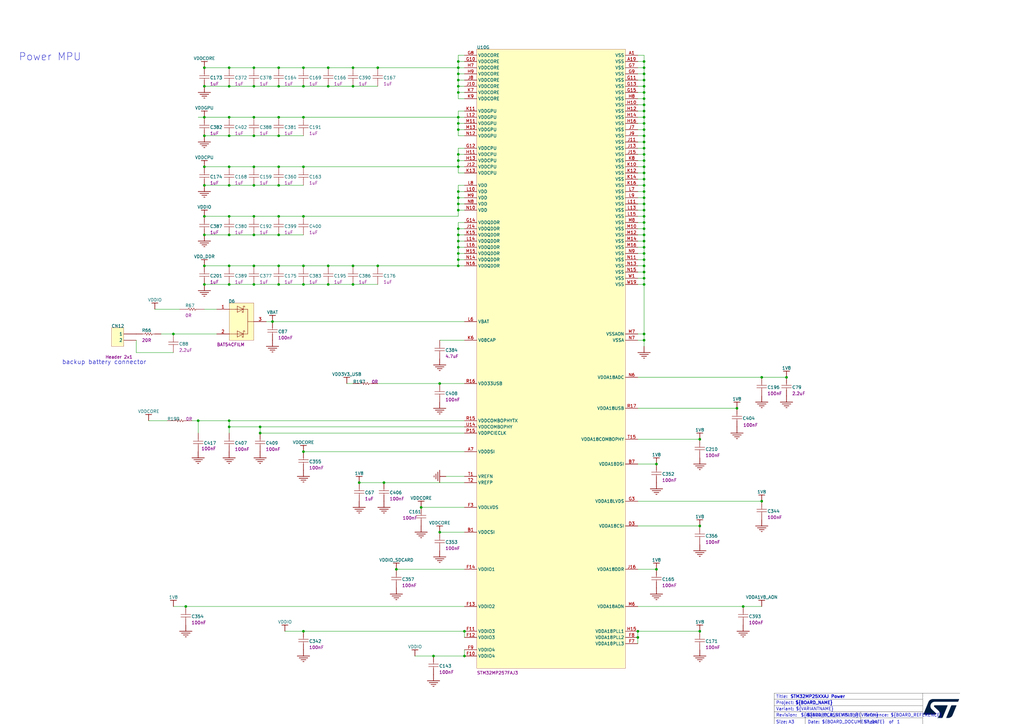
<source format=kicad_sch>
(kicad_sch (version 20250114) (generator "eeschema") (generator_version "9.0")
  (paper "A3")
  (title_block (title "STM32MP25XXAJ Power") (date "Not used") (rev "Not used") (company "STMicroelectronics"))
  (text "${#}" (at 361.188 297.0022 0) (effects (font (size 1.27 1.27)) (justify left bottom)))
  (text "${BOARD_DOCUMENT_DATE}" (at 337.058 297.0022 0) (effects (font (size 1.27 1.27)) (justify left bottom)))
  (text "${##}" (at 367.792 297.0022 0) (effects (font (size 1.27 1.27)) (justify left bottom)))
  (text "Title:" (at 318.262 286.5882 0) (effects (font (size 1.27 1.27)) (justify left bottom)))
  (text "${BOARD_ASSEMBLY_REVISION}" (at 330.962 294.2082 0) (effects (font (size 1.27 1.27)) (justify left bottom)))
  (text "Power MPU" (at 7.62 25.2222 0) (effects (font (size 3.048 3.048)) (justify left bottom)))
  (text "${VARIANTNAME}" (at 326.39 291.6682 0) (effects (font (size 1.27 1.27)) (justify left bottom)))
  (text "Project:" (at 318.262 289.1282 0) (effects (font (size 1.27 1.27)) (justify left bottom)))
  (text "${BOARD_PCB_REVISION}" (at 328.422 294.2082 0) (effects (font (size 1.27 1.27)) (justify left bottom)))
  (text "Reference:" (at 354.33 294.2082 0) (effects (font (size 1.27 1.27)) (justify left bottom)))
  (text "A3" (at 323.342 297.0022 0) (effects (font (size 1.27 1.27)) (justify left bottom)))
  (text "backup battery connector" (at 25.4 149.6822 0) (effects (font (size 1.778 1.778)) (justify left bottom)))
  (text "${TITLE}" (at 324.104 286.5882 0) (effects (font (size 1.27 1.27) (thickness 0.254) (bold yes)) (justify left bottom)))
  (text "Variant:" (at 318.262 291.6682 0) (effects (font (size 1.27 1.27)) (justify left bottom)))
  (text "Size:" (at 318.262 297.0022 0) (effects (font (size 1.27 1.27)) (justify left bottom)))
  (text "${BOARD_REFERENCE}" (at 365.252 294.2082 0) (effects (font (size 1.27 1.27)) (justify left bottom)))
  (text "Revision:" (at 318.262 294.2082 0) (effects (font (size 1.27 1.27)) (justify left bottom)))
  (text "Date:" (at 331.216 297.0022 0) (effects (font (size 1.27 1.27)) (justify left bottom)))
  (text "${BOARD_NAME}" (at 326.136 289.1282 0) (effects (font (size 1.27 1.27) (thickness 0.254) (bold yes)) (justify left bottom)))
  (text "of" (at 364.49 297.0022 0) (effects (font (size 1.27 1.27)) (justify left bottom)))
  (text "Sheet:" (at 354.33 297.0022 0) (effects (font (size 1.27 1.27)) (justify left bottom)))
  (text "-" (at 330.2 294.2082 0) (effects (font (size 1.27 1.27)) (justify left bottom)))
  (junction (at 83.82 35.3822))
  (junction (at 264.16 76.0222))
  (junction (at 104.14 109.0422))
  (junction (at 104.14 68.4022))
  (junction (at 187.96 101.4222))
  (junction (at 264.16 91.2622))
  (junction (at 264.16 111.5822))
  (junction (at 264.16 63.3222))
  (junction (at 264.16 93.8022))
  (junction (at 264.16 106.5022))
  (junction (at 177.8 269.0622))
  (junction (at 114.3 27.7622))
  (junction (at 187.96 27.7622))
  (junction (at 124.46 88.7222))
  (junction (at 187.96 37.9222))
  (junction (at 264.16 58.2422))
  (junction (at 187.96 109.0422))
  (junction (at 124.46 116.6622))
  (junction (at 264.16 68.4022))
  (junction (at 111.76 131.9022))
  (junction (at 134.62 116.6622))
  (junction (at 93.98 48.0822))
  (junction (at 322.58 154.7622))
  (junction (at 180.34 218.2622))
  (junction (at 114.3 116.6622))
  (junction (at 264.16 65.8622))
  (junction (at 93.98 96.3422))
  (junction (at 124.46 48.0822))
  (junction (at 114.3 76.0222))
  (junction (at 264.16 48.0822))
  (junction (at 180.34 157.3022))
  (junction (at 76.2 248.7422))
  (junction (at 134.62 35.3822))
  (junction (at 264.16 55.7022))
  (junction (at 187.96 65.8622))
  (junction (at 124.46 27.7622))
  (junction (at 269.24 233.5022))
  (junction (at 190.5 269.0622))
  (junction (at 269.24 190.3222))
  (junction (at 264.16 109.0422))
  (junction (at 83.82 96.3422))
  (junction (at 104.14 48.0822))
  (junction (at 264.16 81.1022))
  (junction (at 264.16 114.1222))
  (junction (at 144.78 109.0422))
  (junction (at 187.96 93.8022))
  (junction (at 114.3 96.3422))
  (junction (at 264.16 40.4622))
  (junction (at 114.3 35.3822))
  (junction (at 264.16 35.3822))
  (junction (at 93.98 55.7022))
  (junction (at 187.96 96.3422))
  (junction (at 264.16 45.5422))
  (junction (at 124.46 68.4022))
  (junction (at 83.82 76.0222))
  (junction (at 114.3 88.7222))
  (junction (at 104.14 96.3422))
  (junction (at 114.3 109.0422))
  (junction (at 264.16 70.9422))
  (junction (at 261.62 258.9022))
  (junction (at 264.16 86.1822))
  (junction (at 172.72 208.1022))
  (junction (at 264.16 60.7822))
  (junction (at 93.98 116.6622))
  (junction (at 93.98 68.4022))
  (junction (at 124.46 185.2422))
  (junction (at 83.82 27.7622))
  (junction (at 264.16 78.5622))
  (junction (at 114.3 55.7022))
  (junction (at 187.96 35.3822))
  (junction (at 154.94 27.7622))
  (junction (at 264.16 139.5222))
  (junction (at 104.14 76.0222))
  (junction (at 264.16 53.1622))
  (junction (at 312.42 205.5622))
  (junction (at 83.82 116.6622))
  (junction (at 83.82 88.7222))
  (junction (at 187.96 25.2222))
  (junction (at 187.96 86.1822))
  (junction (at 264.16 101.4222))
  (junction (at 93.98 35.3822))
  (junction (at 187.96 53.1622))
  (junction (at 264.16 136.9822))
  (junction (at 144.78 27.7622))
  (junction (at 264.16 96.3422))
  (junction (at 93.98 88.7222))
  (junction (at 264.16 116.6622))
  (junction (at 187.96 50.6222))
  (junction (at 71.12 136.9822))
  (junction (at 104.14 35.3822))
  (junction (at 187.96 81.1022))
  (junction (at 83.82 55.7022))
  (junction (at 187.96 63.3222))
  (junction (at 93.98 172.5422))
  (junction (at 264.16 43.0022))
  (junction (at 264.16 30.3022))
  (junction (at 162.56 233.5022))
  (junction (at 187.96 83.6422))
  (junction (at 187.96 68.4022))
  (junction (at 187.96 78.5622))
  (junction (at 264.16 50.6222))
  (junction (at 144.78 35.3822))
  (junction (at 93.98 27.7622))
  (junction (at 187.96 106.5022))
  (junction (at 312.42 154.7622))
  (junction (at 304.8 248.7422))
  (junction (at 264.16 73.4822))
  (junction (at 264.16 32.8422))
  (junction (at 104.14 88.7222))
  (junction (at 114.3 48.0822))
  (junction (at 124.46 258.9022))
  (junction (at 187.96 32.8422))
  (junction (at 190.5 258.9022))
  (junction (at 104.14 116.6622))
  (junction (at 114.3 68.4022))
  (junction (at 93.98 109.0422))
  (junction (at 104.14 55.7022))
  (junction (at 124.46 35.3822))
  (junction (at 287.02 215.7222))
  (junction (at 93.98 175.0822))
  (junction (at 83.82 68.4022))
  (junction (at 264.16 103.9622))
  (junction (at 187.96 98.8822))
  (junction (at 124.46 109.0422))
  (junction (at 104.14 27.7622))
  (junction (at 157.48 197.9422))
  (junction (at 134.62 27.7622))
  (junction (at 187.96 103.9622))
  (junction (at 83.82 109.0422))
  (junction (at 93.98 76.0222))
  (junction (at 264.16 25.2222))
  (junction (at 106.68 177.6222))
  (junction (at 261.62 261.4422))
  (junction (at 187.96 30.3022))
  (junction (at 264.16 27.7622))
  (junction (at 264.16 83.6422))
  (junction (at 287.02 180.1622))
  (junction (at 264.16 88.7222))
  (junction (at 83.82 48.0822))
  (junction (at 144.78 116.6622))
  (junction (at 264.16 37.9222))
  (junction (at 134.62 109.0422))
  (junction (at 302.26 167.4622))
  (junction (at 287.02 258.9022))
  (junction (at 106.68 175.0822))
  (junction (at 154.94 109.0422))
  (junction (at 81.28 172.5422))
  (junction (at 187.96 48.0822))
  (junction (at 264.16 98.8822))
  (junction (at 147.32 197.9422))
  (wire (pts (xy 264.16 27.7622) (xy 261.62 27.7622)))
  (wire (pts (xy 93.98 27.7622) (xy 104.14 27.7622)))
  (wire (pts (xy 264.16 83.6422) (xy 261.62 83.6422)))
  (wire (pts (xy 104.14 55.7022) (xy 114.3 55.7022)))
  (wire (pts (xy 264.16 101.4222) (xy 264.16 98.8822)))
  (wire (pts (xy 264.16 88.7222) (xy 264.16 86.1822)))
  (wire (pts (xy 190.5 233.5022) (xy 162.56 233.5022)))
  (wire (pts (xy 312.42 154.7622) (xy 322.58 154.7622)))
  (wire (pts (xy 71.12 144.6022) (xy 55.88 144.6022)))
  (polyline (pts (xy 317.5 291.9222) (xy 378.46 291.9222)) (stroke (width 0.0254) (type solid) (color 0 0 0 1)))
  (wire (pts (xy 187.96 25.2222) (xy 187.96 27.7622)))
  (wire (pts (xy 134.62 116.6622) (xy 144.78 116.6622)))
  (wire (pts (xy 116.84 258.9022) (xy 124.46 258.9022)))
  (wire (pts (xy 261.62 190.3222) (xy 269.24 190.3222)))
  (wire (pts (xy 187.96 93.8022) (xy 187.96 91.2622)))
  (wire (pts (xy 93.98 109.0422) (xy 104.14 109.0422)))
  (wire (pts (xy 264.16 81.1022) (xy 261.62 81.1022)))
  (wire (pts (xy 264.16 111.5822) (xy 264.16 109.0422)))
  (wire (pts (xy 104.14 88.7222) (xy 93.98 88.7222)))
  (polyline (pts (xy 317.5 294.4622) (xy 378.46 294.4622)) (stroke (width 0.0254) (type solid) (color 0 0 0 1)))
  (wire (pts (xy 304.8 248.7422) (xy 261.62 248.7422)))
  (wire (pts (xy 81.28 172.5422) (xy 93.98 172.5422)))
  (wire (pts (xy 83.82 55.7022) (xy 93.98 55.7022)))
  (wire (pts (xy 114.3 96.3422) (xy 104.14 96.3422)))
  (wire (pts (xy 264.16 93.8022) (xy 264.16 91.2622)))
  (wire (pts (xy 264.16 78.5622) (xy 264.16 76.0222)))
  (wire (pts (xy 93.98 48.0822) (xy 83.82 48.0822)))
  (wire (pts (xy 187.96 76.0222) (xy 187.96 78.5622)))
  (wire (pts (xy 134.62 27.7622) (xy 144.78 27.7622)))
  (wire (pts (xy 187.96 106.5022) (xy 190.5 106.5022)))
  (wire (pts (xy 187.96 81.1022) (xy 187.96 83.6422)))
  (wire (pts (xy 264.16 76.0222) (xy 261.62 76.0222)))
  (wire (pts (xy 187.96 88.7222) (xy 124.46 88.7222)))
  (wire (pts (xy 190.5 266.5222) (xy 190.5 269.0622)))
  (wire (pts (xy 261.62 167.4622) (xy 302.26 167.4622)))
  (wire (pts (xy 114.3 76.0222) (xy 124.46 76.0222)))
  (wire (pts (xy 261.62 258.9022) (xy 261.62 261.4422)))
  (wire (pts (xy 261.62 154.7622) (xy 312.42 154.7622)))
  (wire (pts (xy 104.14 35.3822) (xy 114.3 35.3822)))
  (wire (pts (xy 187.96 106.5022) (xy 187.96 103.9622)))
  (wire (pts (xy 264.16 83.6422) (xy 264.16 81.1022)))
  (wire (pts (xy 187.96 83.6422) (xy 190.5 83.6422)))
  (wire (pts (xy 134.62 35.3822) (xy 144.78 35.3822)))
  (wire (pts (xy 93.98 76.0222) (xy 104.14 76.0222)))
  (wire (pts (xy 264.16 40.4622) (xy 264.16 37.9222)))
  (wire (pts (xy 264.16 106.5022) (xy 261.62 106.5022)))
  (wire (pts (xy 264.16 73.4822) (xy 264.16 70.9422)))
  (wire (pts (xy 55.88 144.6022) (xy 55.88 139.5222)))
  (wire (pts (xy 190.5 81.1022) (xy 187.96 81.1022)))
  (wire (pts (xy 187.96 86.1822) (xy 187.96 88.7222)))
  (wire (pts (xy 287.02 180.1622) (xy 261.62 180.1622)))
  (wire (pts (xy 187.96 27.7622) (xy 187.96 30.3022)))
  (wire (pts (xy 264.16 73.4822) (xy 261.62 73.4822)))
  (wire (pts (xy 114.3 116.6622) (xy 124.46 116.6622)))
  (wire (pts (xy 88.9 136.9822) (xy 71.12 136.9822)))
  (wire (pts (xy 71.12 136.9822) (xy 66.04 136.9822)))
  (wire (pts (xy 187.96 35.3822) (xy 187.96 37.9222)))
  (wire (pts (xy 106.68 175.0822) (xy 106.68 177.6222)))
  (wire (pts (xy 104.14 76.0222) (xy 114.3 76.0222)))
  (wire (pts (xy 264.16 78.5622) (xy 261.62 78.5622)))
  (wire (pts (xy 261.62 205.5622) (xy 312.42 205.5622)))
  (wire (pts (xy 264.16 48.0822) (xy 264.16 45.5422)))
  (wire (pts (xy 76.2 248.7422) (xy 71.12 248.7422)))
  (wire (pts (xy 114.3 55.7022) (xy 124.46 55.7022)))
  (wire (pts (xy 104.14 48.0822) (xy 93.98 48.0822)))
  (wire (pts (xy 264.16 109.0422) (xy 261.62 109.0422)))
  (wire (pts (xy 264.16 96.3422) (xy 264.16 93.8022)))
  (wire (pts (xy 264.16 25.2222) (xy 264.16 22.6822)))
  (wire (pts (xy 264.16 43.0022) (xy 264.16 40.4622)))
  (wire (pts (xy 114.3 48.0822) (xy 124.46 48.0822)))
  (wire (pts (xy 83.82 27.7622) (xy 93.98 27.7622)))
  (wire (pts (xy 264.16 93.8022) (xy 261.62 93.8022)))
  (wire (pts (xy 264.16 114.1222) (xy 261.62 114.1222)))
  (wire (pts (xy 264.16 65.8622) (xy 264.16 63.3222)))
  (wire (pts (xy 144.78 27.7622) (xy 154.94 27.7622)))
  (wire (pts (xy 264.16 55.7022) (xy 261.62 55.7022)))
  (wire (pts (xy 264.16 70.9422) (xy 261.62 70.9422)))
  (wire (pts (xy 83.82 35.3822) (xy 93.98 35.3822)))
  (wire (pts (xy 190.5 40.4622) (xy 187.96 40.4622)))
  (wire (pts (xy 73.66 126.8222) (xy 63.5 126.8222)))
  (wire (pts (xy 187.96 70.9422) (xy 190.5 70.9422)))
  (wire (pts (xy 264.16 32.8422) (xy 264.16 30.3022)))
  (wire (pts (xy 93.98 68.4022) (xy 104.14 68.4022)))
  (wire (pts (xy 104.14 68.4022) (xy 114.3 68.4022)))
  (wire (pts (xy 114.3 109.0422) (xy 124.46 109.0422)))
  (wire (pts (xy 106.68 177.6222) (xy 190.5 177.6222)))
  (wire (pts (xy 124.46 96.3422) (xy 114.3 96.3422)))
  (wire (pts (xy 187.96 50.6222) (xy 190.5 50.6222)))
  (wire (pts (xy 187.96 103.9622) (xy 190.5 103.9622)))
  (wire (pts (xy 187.96 37.9222) (xy 190.5 37.9222)))
  (wire (pts (xy 264.16 63.3222) (xy 264.16 60.7822)))
  (wire (pts (xy 264.16 30.3022) (xy 264.16 27.7622)))
  (wire (pts (xy 83.82 48.0822) (xy 81.28 48.0822)))
  (polyline (pts (xy 353.06 291.9222) (xy 353.06 297.0022)) (stroke (width 0.0254) (type solid) (color 0 0 0 1)))
  (wire (pts (xy 264.16 98.8822) (xy 264.16 96.3422)))
  (wire (pts (xy 264.16 45.5422) (xy 261.62 45.5422)))
  (wire (pts (xy 124.46 258.9022) (xy 190.5 258.9022)))
  (wire (pts (xy 264.16 48.0822) (xy 261.62 48.0822)))
  (wire (pts (xy 312.42 248.7422) (xy 304.8 248.7422)))
  (wire (pts (xy 187.96 55.7022) (xy 187.96 53.1622)))
  (wire (pts (xy 264.16 55.7022) (xy 264.16 53.1622)))
  (wire (pts (xy 93.98 55.7022) (xy 104.14 55.7022)))
  (wire (pts (xy 114.3 35.3822) (xy 124.46 35.3822)))
  (wire (pts (xy 83.82 109.0422) (xy 93.98 109.0422)))
  (wire (pts (xy 187.96 37.9222) (xy 187.96 40.4622)))
  (wire (pts (xy 93.98 96.3422) (xy 83.82 96.3422)))
  (wire (pts (xy 187.96 68.4022) (xy 187.96 65.8622)))
  (wire (pts (xy 124.46 116.6622) (xy 134.62 116.6622)))
  (wire (pts (xy 154.94 27.7622) (xy 187.96 27.7622)))
  (wire (pts (xy 104.14 27.7622) (xy 114.3 27.7622)))
  (wire (pts (xy 187.96 32.8422) (xy 190.5 32.8422)))
  (wire (pts (xy 264.16 63.3222) (xy 261.62 63.3222)))
  (wire (pts (xy 187.96 48.0822) (xy 187.96 45.5422)))
  (wire (pts (xy 187.96 68.4022) (xy 187.96 70.9422)))
  (wire (pts (xy 190.5 139.5222) (xy 180.34 139.5222)))
  (wire (pts (xy 264.16 96.3422) (xy 261.62 96.3422)))
  (wire (pts (xy 124.46 109.0422) (xy 134.62 109.0422)))
  (wire (pts (xy 264.16 88.7222) (xy 261.62 88.7222)))
  (wire (pts (xy 187.96 83.6422) (xy 187.96 86.1822)))
  (wire (pts (xy 154.94 157.3022) (xy 180.34 157.3022)))
  (wire (pts (xy 264.16 30.3022) (xy 261.62 30.3022)))
  (wire (pts (xy 187.96 101.4222) (xy 190.5 101.4222)))
  (wire (pts (xy 264.16 86.1822) (xy 261.62 86.1822)))
  (wire (pts (xy 83.82 68.4022) (xy 93.98 68.4022)))
  (wire (pts (xy 264.16 68.4022) (xy 264.16 65.8622)))
  (wire (pts (xy 124.46 27.7622) (xy 134.62 27.7622)))
  (wire (pts (xy 264.16 114.1222) (xy 264.16 111.5822)))
  (wire (pts (xy 264.16 58.2422) (xy 264.16 55.7022)))
  (wire (pts (xy 264.16 50.6222) (xy 264.16 48.0822)))
  (wire (pts (xy 187.96 65.8622) (xy 190.5 65.8622)))
  (polyline (pts (xy 317.5 289.3822) (xy 378.46 289.3822)) (stroke (width 0.0254) (type solid) (color 0 0 0 1)))
  (wire (pts (xy 187.96 78.5622) (xy 190.5 78.5622)))
  (wire (pts (xy 264.16 60.7822) (xy 264.16 58.2422)))
  (wire (pts (xy 190.5 22.6822) (xy 187.96 22.6822)))
  (wire (pts (xy 264.16 91.2622) (xy 264.16 88.7222)))
  (wire (pts (xy 114.3 68.4022) (xy 124.46 68.4022)))
  (polyline (pts (xy 378.46 286.8422) (xy 317.5 286.8422)) (stroke (width 0.0254) (type solid) (color 0 0 0 1)))
  (wire (pts (xy 187.96 53.1622) (xy 190.5 53.1622)))
  (wire (pts (xy 93.98 175.0822) (xy 106.68 175.0822)))
  (wire (pts (xy 264.16 68.4022) (xy 261.62 68.4022)))
  (wire (pts (xy 264.16 116.6622) (xy 264.16 114.1222)))
  (polyline (pts (xy 317.5 284.3022) (xy 317.5 297.0022)) (stroke (width 0.0254) (type solid) (color 0 0 0 1)))
  (wire (pts (xy 144.78 35.3822) (xy 154.94 35.3822)))
  (wire (pts (xy 264.16 136.9822) (xy 264.16 116.6622)))
  (polyline (pts (xy 393.7 284.3022) (xy 317.5 284.3022)) (stroke (width 0.0254) (type solid) (color 0 0 0 1)))
  (wire (pts (xy 124.46 68.4022) (xy 187.96 68.4022)))
  (wire (pts (xy 83.82 76.0222) (xy 93.98 76.0222)))
  (wire (pts (xy 264.16 98.8822) (xy 261.62 98.8822)))
  (wire (pts (xy 264.16 116.6622) (xy 261.62 116.6622)))
  (wire (pts (xy 124.46 185.2422) (xy 190.5 185.2422)))
  (wire (pts (xy 264.16 70.9422) (xy 264.16 68.4022)))
  (wire (pts (xy 187.96 48.0822) (xy 190.5 48.0822)))
  (wire (pts (xy 83.82 126.8222) (xy 88.9 126.8222)))
  (wire (pts (xy 93.98 88.7222) (xy 83.82 88.7222)))
  (wire (pts (xy 187.96 53.1622) (xy 187.96 50.6222)))
  (wire (pts (xy 187.96 93.8022) (xy 190.5 93.8022)))
  (wire (pts (xy 81.28 172.5422) (xy 81.28 177.6222)))
  (wire (pts (xy 154.94 109.0422) (xy 187.96 109.0422)))
  (wire (pts (xy 104.14 96.3422) (xy 93.98 96.3422)))
  (wire (pts (xy 177.8 269.0622) (xy 170.18 269.0622)))
  (wire (pts (xy 264.16 139.5222) (xy 261.62 139.5222)))
  (wire (pts (xy 114.3 88.7222) (xy 104.14 88.7222)))
  (wire (pts (xy 187.96 63.3222) (xy 190.5 63.3222)))
  (wire (pts (xy 187.96 96.3422) (xy 187.96 93.8022)))
  (wire (pts (xy 93.98 172.5422) (xy 190.5 172.5422)))
  (wire (pts (xy 187.96 98.8822) (xy 187.96 96.3422)))
  (wire (pts (xy 93.98 175.0822) (xy 93.98 177.6222)))
  (wire (pts (xy 264.16 101.4222) (xy 261.62 101.4222)))
  (wire (pts (xy 187.96 27.7622) (xy 190.5 27.7622)))
  (wire (pts (xy 187.96 22.6822) (xy 187.96 25.2222)))
  (wire (pts (xy 93.98 172.5422) (xy 93.98 175.0822)))
  (wire (pts (xy 144.78 116.6622) (xy 154.94 116.6622)))
  (wire (pts (xy 124.46 88.7222) (xy 114.3 88.7222)))
  (wire (pts (xy 264.16 25.2222) (xy 261.62 25.2222)))
  (wire (pts (xy 190.5 76.0222) (xy 187.96 76.0222)))
  (wire (pts (xy 104.14 48.0822) (xy 114.3 48.0822)))
  (wire (pts (xy 264.16 53.1622) (xy 264.16 50.6222)))
  (wire (pts (xy 264.16 37.9222) (xy 261.62 37.9222)))
  (wire (pts (xy 187.96 109.0422) (xy 187.96 106.5022)))
  (wire (pts (xy 93.98 35.3822) (xy 104.14 35.3822)))
  (wire (pts (xy 142.24 157.3022) (xy 144.78 157.3022)))
  (wire (pts (xy 187.96 30.3022) (xy 190.5 30.3022)))
  (wire (pts (xy 83.82 116.6622) (xy 93.98 116.6622)))
  (wire (pts (xy 264.16 111.5822) (xy 261.62 111.5822)))
  (wire (pts (xy 134.62 109.0422) (xy 144.78 109.0422)))
  (wire (pts (xy 147.32 197.9422) (xy 157.48 197.9422)))
  (wire (pts (xy 264.16 45.5422) (xy 264.16 43.0022)))
  (wire (pts (xy 261.62 261.4422) (xy 261.62 263.9822)))
  (wire (pts (xy 114.3 27.7622) (xy 124.46 27.7622)))
  (polyline (pts (xy 378.46 284.3022) (xy 378.46 297.0022)) (stroke (width 0.0254) (type solid) (color 0 0 0 1)))
  (wire (pts (xy 264.16 35.3822) (xy 264.16 32.8422)))
  (wire (pts (xy 264.16 65.8622) (xy 261.62 65.8622)))
  (wire (pts (xy 187.96 78.5622) (xy 187.96 81.1022)))
  (wire (pts (xy 187.96 45.5422) (xy 190.5 45.5422)))
  (wire (pts (xy 190.5 258.9022) (xy 190.5 261.4422)))
  (wire (pts (xy 187.96 109.0422) (xy 190.5 109.0422)))
  (wire (pts (xy 187.96 60.7822) (xy 190.5 60.7822)))
  (polyline (pts (xy 330.2 294.4622) (xy 330.2 297.0022)) (stroke (width 0.0254) (type solid) (color 0 0 0 1)))
  (wire (pts (xy 157.48 197.9422) (xy 190.5 197.9422)))
  (wire (pts (xy 144.78 109.0422) (xy 154.94 109.0422)))
  (wire (pts (xy 78.74 172.5422) (xy 81.28 172.5422)))
  (wire (pts (xy 264.16 136.9822) (xy 261.62 136.9822)))
  (wire (pts (xy 187.96 103.9622) (xy 187.96 101.4222)))
  (wire (pts (xy 264.16 40.4622) (xy 261.62 40.4622)))
  (wire (pts (xy 187.96 68.4022) (xy 190.5 68.4022)))
  (wire (pts (xy 187.96 50.6222) (xy 187.96 48.0822)))
  (wire (pts (xy 124.46 35.3822) (xy 134.62 35.3822)))
  (wire (pts (xy 264.16 142.0622) (xy 264.16 139.5222)))
  (wire (pts (xy 106.68 175.0822) (xy 190.5 175.0822)))
  (wire (pts (xy 180.34 157.3022) (xy 190.5 157.3022)))
  (wire (pts (xy 187.96 101.4222) (xy 187.96 98.8822)))
  (wire (pts (xy 190.5 218.2622) (xy 180.34 218.2622)))
  (wire (pts (xy 264.16 109.0422) (xy 264.16 106.5022)))
  (wire (pts (xy 264.16 103.9622) (xy 261.62 103.9622)))
  (wire (pts (xy 187.96 32.8422) (xy 187.96 35.3822)))
  (wire (pts (xy 264.16 27.7622) (xy 264.16 25.2222)))
  (wire (pts (xy 104.14 116.6622) (xy 114.3 116.6622)))
  (wire (pts (xy 261.62 215.7222) (xy 287.02 215.7222)))
  (wire (pts (xy 264.16 103.9622) (xy 264.16 101.4222)))
  (wire (pts (xy 264.16 50.6222) (xy 261.62 50.6222)))
  (wire (pts (xy 187.96 91.2622) (xy 190.5 91.2622)))
  (wire (pts (xy 111.76 131.9022) (xy 190.5 131.9022)))
  (wire (pts (xy 187.96 30.3022) (xy 187.96 32.8422)))
  (wire (pts (xy 264.16 139.5222) (xy 264.16 136.9822)))
  (wire (pts (xy 264.16 86.1822) (xy 264.16 83.6422)))
  (wire (pts (xy 264.16 43.0022) (xy 261.62 43.0022)))
  (wire (pts (xy 264.16 76.0222) (xy 264.16 73.4822)))
  (wire (pts (xy 190.5 248.7422) (xy 76.2 248.7422)))
  (wire (pts (xy 261.62 233.5022) (xy 269.24 233.5022)))
  (wire (pts (xy 124.46 48.0822) (xy 187.96 48.0822)))
  (wire (pts (xy 187.96 86.1822) (xy 190.5 86.1822)))
  (wire (pts (xy 190.5 195.4022) (xy 182.88 195.4022)))
  (wire (pts (xy 187.96 35.3822) (xy 190.5 35.3822)))
  (wire (pts (xy 264.16 58.2422) (xy 261.62 58.2422)))
  (wire (pts (xy 264.16 22.6822) (xy 261.62 22.6822)))
  (wire (pts (xy 109.22 131.9022) (xy 111.76 131.9022)))
  (wire (pts (xy 187.96 25.2222) (xy 190.5 25.2222)))
  (wire (pts (xy 104.14 109.0422) (xy 114.3 109.0422)))
  (wire (pts (xy 187.96 65.8622) (xy 187.96 63.3222)))
  (wire (pts (xy 93.98 116.6622) (xy 104.14 116.6622)))
  (wire (pts (xy 172.72 208.1022) (xy 190.5 208.1022)))
  (wire (pts (xy 264.16 81.1022) (xy 264.16 78.5622)))
  (wire (pts (xy 264.16 35.3822) (xy 261.62 35.3822)))
  (wire (pts (xy 190.5 269.0622) (xy 177.8 269.0622)))
  (wire (pts (xy 190.5 55.7022) (xy 187.96 55.7022)))
  (wire (pts (xy 264.16 60.7822) (xy 261.62 60.7822)))
  (wire (pts (xy 264.16 32.8422) (xy 261.62 32.8422)))
  (wire (pts (xy 264.16 37.9222) (xy 264.16 35.3822)))
  (wire (pts (xy 187.96 63.3222) (xy 187.96 60.7822)))
  (wire (pts (xy 187.96 98.8822) (xy 190.5 98.8822)))
  (wire (pts (xy 264.16 53.1622) (xy 261.62 53.1622)))
  (wire (pts (xy 264.16 91.2622) (xy 261.62 91.2622)))
  (wire (pts (xy 190.5 96.3422) (xy 187.96 96.3422)))
  (wire (pts (xy 287.02 258.9022) (xy 261.62 258.9022)))
  (wire (pts (xy 264.16 106.5022) (xy 264.16 103.9622)))
  (wire (pts (xy 60.96 172.5422) (xy 68.58 172.5422)))
  (image (at 386.042 290.6347) (scale 0.0686606))
  (symbol (lib_id "MCD_PARTS_database:U_STM32MP25XXAJ Power_1_Capacitor_MCD_PARTS_database.DbLib") (at 266.7 238.5822 0) (unit 1)
    (property "Reference" "C165" (at 271.526 238.3282 0) (effects (justify left bottom)))
    (property "Value" "Capacitor" (effects (hide yes)))
    (property "Footprint" "C0201_MURATA_GRM033_H0P3" (effects (hide yes)))
    (property "Description" "Capacitor, MLCC,100nF, 10V, X7R, +/-10%, 0201, T=0.3mm" (effects (hide yes)))
    (property "INTERNAL_PART_NUMBER" "MCD-01535" (effects (hide yes)))
    (property "ALTIUM_VALUE" "100nF" (at 271.526 240.8682 0) (effects (justify left bottom)))
    (property "STATUS" "Checked" (effects (hide yes)))
    (property "PART_TYPE" "Capacitor" (effects (hide yes)))
    (property "PART_PREFERENCE" "Recommended" (effects (hide yes)))
    (property "MANUFACTURER" "MURATA" (effects (hide yes)))
    (property "MANUFACTURER_PART_NUMBER" "GRM033R61A104KE15" (effects (hide yes)))
    (property "ALTERNATE_MANUFACTURER" "N/A" (effects (hide yes)))
    (property "ALTERNATE_MANUFACTURER_PART_NUMBER" "N/A" (effects (hide yes)))
    (property "PACKAGE" "0201" (effects (hide yes)))
    (property "COMPONENTLINK1URL" "http://tunmcdsvn.tun.st.com/Component_Documentation_Library/Trunk/Capacitor/MURATA_GRM_Series" (effects (hide yes)))
    (property "ORDER_CODE_DIGIKEY" "490-5881-1-ND" (effects (hide yes)))
    (property "ORDER_CODE_FARNELL" "2470450" (effects (hide yes)))
    (property "ORDER_CODE_RS" "790-2742" (effects (hide yes)))
  )
  (symbol (lib_id "STM32MP25XXAJ_DDR4-altium-import:VDDCPU_BAR") (at 83.82 68.4022 180) (unit 1)
    (property "Reference" "#PWR?" (effects (hide yes)))
    (property "Value" "VDDCPU" (at 83.82 64.5922 0))
  )
  (symbol (lib_id "MCD_PARTS_database:U_STM32MP25XXAJ Power_3_Capacitor_MCD_PARTS_database.DbLib") (at 96.52 111.5822 0) (unit 1)
    (property "Reference" "C389" (at 96.266 113.8682 0) (effects (justify left bottom)))
    (property "Value" "Capacitor" (effects (hide yes)))
    (property "Footprint" "C0201_MURATA_GRM033_H0P3" (effects (hide yes)))
    (property "Description" "Capacitor, MLCC, 1uF, 6.3V, X5R, +/-20%, 0201, T=0,3mm" (effects (hide yes)))
    (property "STATUS" "Checked" (effects (hide yes)))
    (property "ALTIUM_VALUE" "1uF" (at 96.266 116.4082 0) (effects (justify left bottom)))
    (property "INTERNAL_PART_NUMBER" "MCD-02377" (effects (hide yes)))
    (property "PART_TYPE" "Capacitor" (effects (hide yes)))
    (property "MANUFACTURER_PART_NUMBER" "GRM033R60J105MEA2" (effects (hide yes)))
    (property "MANUFACTURER" "MURATA" (effects (hide yes)))
    (property "ALTERNATE_MANUFACTURER_PART_NUMBER" "N/A" (effects (hide yes)))
    (property "ALTERNATE_MANUFACTURER" "N/A" (effects (hide yes)))
    (property "PACKAGE" "0201" (effects (hide yes)))
    (property "COMPONENTLINK1URL" "http://tunmcdsvn.tun.st.com/Component_Documentation_Library/Trunk/Capacitor/MURATA_GRM_Series/GRM033R60J105MEA2/" (effects (hide yes)))
    (property "ORDER_CODE_DIGIKEY" "490-7229-2-ND" (effects (hide yes)))
    (property "ORDER_CODE_FARNELL" "2470448" (effects (hide yes)))
    (property "ORDER_CODE_RS" "820-0643" (effects (hide yes)))
    (property "PART_PREFERENCE" "Recommended" (effects (hide yes)))
  )
  (symbol (lib_name "U_STM32MP25XXAJ Power_1_Capacitor_MCD_PARTS_database.DbLib_16") (lib_id "MCD_PARTS_database:U_STM32MP25XXAJ Power_1_Capacitor_MCD_PARTS_database.DbLib") (at 91.44 73.4822 0) (unit 1)
    (property "Reference" "C168" (at 96.266 73.2282 0) (effects (justify left bottom)))
    (property "Value" "Capacitor" (effects (hide yes)))
    (property "Footprint" "C0201_MURATA_GRM033_H0P3" (effects (hide yes)))
    (property "Description" "Capacitor, MLCC, 1uF, 6.3V, X5R, +/-20%, 0201, T=0,3mm" (effects (hide yes)))
    (property "STATUS" "Checked" (effects (hide yes)))
    (property "ALTIUM_VALUE" "1uF" (at 96.266 75.7682 0) (effects (justify left bottom)))
    (property "INTERNAL_PART_NUMBER" "MCD-02377" (effects (hide yes)))
    (property "PART_TYPE" "Capacitor" (effects (hide yes)))
    (property "MANUFACTURER_PART_NUMBER" "GRM033R60J105MEA2" (effects (hide yes)))
    (property "MANUFACTURER" "MURATA" (effects (hide yes)))
    (property "ALTERNATE_MANUFACTURER_PART_NUMBER" "N/A" (effects (hide yes)))
    (property "ALTERNATE_MANUFACTURER" "N/A" (effects (hide yes)))
    (property "PACKAGE" "0201" (effects (hide yes)))
    (property "COMPONENTLINK1URL" "http://tunmcdsvn.tun.st.com/Component_Documentation_Library/Trunk/Capacitor/MURATA_GRM_Series/GRM033R60J105MEA2/" (effects (hide yes)))
    (property "ORDER_CODE_DIGIKEY" "490-7229-2-ND" (effects (hide yes)))
    (property "ORDER_CODE_FARNELL" "2470448" (effects (hide yes)))
    (property "ORDER_CODE_RS" "820-0643" (effects (hide yes)))
    (property "PART_PREFERENCE" "Recommended" (effects (hide yes)))
  )
  (symbol (lib_name "U_STM32MP25XXAJ Power_1_Capacitor_MCD_PARTS_database.DbLib_13") (lib_id "MCD_PARTS_database:U_STM32MP25XXAJ Power_1_Capacitor_MCD_PARTS_database.DbLib") (at 152.4 32.8422 0) (unit 1)
    (property "Reference" "C167" (at 157.226 32.5882 0) (effects (justify left bottom)))
    (property "Value" "Capacitor" (effects (hide yes)))
    (property "Footprint" "C0201_MURATA_GRM033_H0P3" (effects (hide yes)))
    (property "Description" "Capacitor, MLCC, 1uF, 6.3V, X5R, +/-20%, 0201, T=0,3mm" (effects (hide yes)))
    (property "STATUS" "Checked" (effects (hide yes)))
    (property "ALTIUM_VALUE" "1uF" (at 157.226 35.1282 0) (effects (justify left bottom)))
    (property "INTERNAL_PART_NUMBER" "MCD-02377" (effects (hide yes)))
    (property "PART_TYPE" "Capacitor" (effects (hide yes)))
    (property "MANUFACTURER_PART_NUMBER" "GRM033R60J105MEA2" (effects (hide yes)))
    (property "MANUFACTURER" "MURATA" (effects (hide yes)))
    (property "ALTERNATE_MANUFACTURER_PART_NUMBER" "N/A" (effects (hide yes)))
    (property "ALTERNATE_MANUFACTURER" "N/A" (effects (hide yes)))
    (property "PACKAGE" "0201" (effects (hide yes)))
    (property "COMPONENTLINK1URL" "http://tunmcdsvn.tun.st.com/Component_Documentation_Library/Trunk/Capacitor/MURATA_GRM_Series/GRM033R60J105MEA2/" (effects (hide yes)))
    (property "ORDER_CODE_DIGIKEY" "490-7229-2-ND" (effects (hide yes)))
    (property "ORDER_CODE_FARNELL" "2470448" (effects (hide yes)))
    (property "ORDER_CODE_RS" "820-0643" (effects (hide yes)))
    (property "PART_PREFERENCE" "Recommended" (effects (hide yes)))
  )
  (symbol (lib_id "MCD_PARTS_database:U_STM32MP25XXAJ Power_1_Capacitor_MCD_PARTS_database.DbLib") (at 121.92 263.9822 0) (unit 1)
    (property "Reference" "C342" (at 126.746 263.7282 0) (effects (justify left bottom)))
    (property "Value" "Capacitor" (effects (hide yes)))
    (property "Footprint" "C0201_MURATA_GRM033_H0P3" (effects (hide yes)))
    (property "Description" "Capacitor, MLCC,100nF, 10V, X7R, +/-10%, 0201, T=0.3mm" (effects (hide yes)))
    (property "INTERNAL_PART_NUMBER" "MCD-01535" (effects (hide yes)))
    (property "ALTIUM_VALUE" "100nF" (at 126.746 266.2682 0) (effects (justify left bottom)))
    (property "STATUS" "Checked" (effects (hide yes)))
    (property "PART_TYPE" "Capacitor" (effects (hide yes)))
    (property "PART_PREFERENCE" "Recommended" (effects (hide yes)))
    (property "MANUFACTURER" "MURATA" (effects (hide yes)))
    (property "MANUFACTURER_PART_NUMBER" "GRM033R61A104KE15" (effects (hide yes)))
    (property "ALTERNATE_MANUFACTURER" "N/A" (effects (hide yes)))
    (property "ALTERNATE_MANUFACTURER_PART_NUMBER" "N/A" (effects (hide yes)))
    (property "PACKAGE" "0201" (effects (hide yes)))
    (property "COMPONENTLINK1URL" "http://tunmcdsvn.tun.st.com/Component_Documentation_Library/Trunk/Capacitor/MURATA_GRM_Series" (effects (hide yes)))
    (property "ORDER_CODE_DIGIKEY" "490-5881-1-ND" (effects (hide yes)))
    (property "ORDER_CODE_FARNELL" "2470450" (effects (hide yes)))
    (property "ORDER_CODE_RS" "790-2742" (effects (hide yes)))
  )
  (symbol (lib_id "STM32MP25XXAJ_DDR4-altium-import:GND_POWER_GROUND") (at 287.02 266.5222 0) (unit 1)
    (property "Reference" "#PWR?" (effects (hide yes)))
    (property "Value" "GND" (effects (hide yes)))
  )
  (symbol (lib_id "STM32MP25XXAJ_DDR4-altium-import:GND_POWER_GROUND") (at 269.24 241.1222 0) (unit 1)
    (property "Reference" "#PWR?" (effects (hide yes)))
    (property "Value" "GND" (effects (hide yes)))
  )
  (symbol (lib_name "U_STM32MP25XXAJ Power_1_Capacitor_MCD_PARTS_database.DbLib_11") (lib_id "MCD_PARTS_database:U_STM32MP25XXAJ Power_1_Capacitor_MCD_PARTS_database.DbLib") (at 81.28 53.1622 0) (unit 1)
    (property "Reference" "C382" (at 86.106 52.9082 0) (effects (justify left bottom)))
    (property "Value" "Capacitor" (effects (hide yes)))
    (property "Footprint" "C0201_MURATA_GRM033_H0P3" (effects (hide yes)))
    (property "Description" "Capacitor, MLCC, 1uF, 6.3V, X5R, +/-20%, 0201, T=0,3mm" (effects (hide yes)))
    (property "STATUS" "Checked" (effects (hide yes)))
    (property "ALTIUM_VALUE" "1uF" (at 86.106 55.4482 0) (effects (justify left bottom)))
    (property "INTERNAL_PART_NUMBER" "MCD-02377" (effects (hide yes)))
    (property "PART_TYPE" "Capacitor" (effects (hide yes)))
    (property "MANUFACTURER_PART_NUMBER" "GRM033R60J105MEA2" (effects (hide yes)))
    (property "MANUFACTURER" "MURATA" (effects (hide yes)))
    (property "ALTERNATE_MANUFACTURER_PART_NUMBER" "N/A" (effects (hide yes)))
    (property "ALTERNATE_MANUFACTURER" "N/A" (effects (hide yes)))
    (property "PACKAGE" "0201" (effects (hide yes)))
    (property "COMPONENTLINK1URL" "http://tunmcdsvn.tun.st.com/Component_Documentation_Library/Trunk/Capacitor/MURATA_GRM_Series/GRM033R60J105MEA2/" (effects (hide yes)))
    (property "ORDER_CODE_DIGIKEY" "490-7229-2-ND" (effects (hide yes)))
    (property "ORDER_CODE_FARNELL" "2470448" (effects (hide yes)))
    (property "ORDER_CODE_RS" "820-0643" (effects (hide yes)))
    (property "PART_PREFERENCE" "Recommended" (effects (hide yes)))
  )
  (symbol (lib_id "STM32MP25XXAJ_DDR4-altium-import:GND_POWER_GROUND") (at 124.46 192.8622 0) (unit 1)
    (property "Reference" "#PWR?" (effects (hide yes)))
    (property "Value" "GND" (effects (hide yes)))
  )
  (symbol (lib_id "STM32MP25XXAJ_DDR4-altium-import:VDDIO_BAR") (at 63.5 126.8222 180) (unit 1)
    (property "Reference" "#PWR?" (effects (hide yes)))
    (property "Value" "VDDIO" (at 63.5 123.0122 0))
  )
  (symbol (lib_name "U_STM32MP25XXAJ Power_1_Capacitor_MCD_PARTS_database.DbLib_24") (lib_id "MCD_PARTS_database:U_STM32MP25XXAJ Power_1_Capacitor_MCD_PARTS_database.DbLib") (at 81.28 114.1222 0) (unit 1)
    (property "Reference" "C201" (at 86.106 113.8682 0) (effects (justify left bottom)))
    (property "Value" "Capacitor" (effects (hide yes)))
    (property "Footprint" "C0201_MURATA_GRM033_H0P3" (effects (hide yes)))
    (property "Description" "Capacitor, MLCC, 1uF, 6.3V, X5R, +/-20%, 0201, T=0,3mm" (effects (hide yes)))
    (property "STATUS" "Checked" (effects (hide yes)))
    (property "ALTIUM_VALUE" "1uF" (at 86.106 116.4082 0) (effects (justify left bottom)))
    (property "INTERNAL_PART_NUMBER" "MCD-02377" (effects (hide yes)))
    (property "PART_TYPE" "Capacitor" (effects (hide yes)))
    (property "MANUFACTURER_PART_NUMBER" "GRM033R60J105MEA2" (effects (hide yes)))
    (property "MANUFACTURER" "MURATA" (effects (hide yes)))
    (property "ALTERNATE_MANUFACTURER_PART_NUMBER" "N/A" (effects (hide yes)))
    (property "ALTERNATE_MANUFACTURER" "N/A" (effects (hide yes)))
    (property "PACKAGE" "0201" (effects (hide yes)))
    (property "COMPONENTLINK1URL" "http://tunmcdsvn.tun.st.com/Component_Documentation_Library/Trunk/Capacitor/MURATA_GRM_Series/GRM033R60J105MEA2/" (effects (hide yes)))
    (property "ORDER_CODE_DIGIKEY" "490-7229-2-ND" (effects (hide yes)))
    (property "ORDER_CODE_FARNELL" "2470448" (effects (hide yes)))
    (property "ORDER_CODE_RS" "820-0643" (effects (hide yes)))
    (property "PART_PREFERENCE" "Recommended" (effects (hide yes)))
  )
  (symbol (lib_id "MCD_PARTS_database:U_STM32MP25XXAJ Power_1_Capacitor_MCD_PARTS_database.DbLib") (at 284.48 220.8022 0) (unit 1)
    (property "Reference" "C356" (at 289.306 220.5482 0) (effects (justify left bottom)))
    (property "Value" "Capacitor" (effects (hide yes)))
    (property "Footprint" "C0201_MURATA_GRM033_H0P3" (effects (hide yes)))
    (property "Description" "Capacitor, MLCC,100nF, 10V, X7R, +/-10%, 0201, T=0.3mm" (effects (hide yes)))
    (property "INTERNAL_PART_NUMBER" "MCD-01535" (effects (hide yes)))
    (property "ALTIUM_VALUE" "100nF" (at 289.306 223.0882 0) (effects (justify left bottom)))
    (property "STATUS" "Checked" (effects (hide yes)))
    (property "PART_TYPE" "Capacitor" (effects (hide yes)))
    (property "PART_PREFERENCE" "Recommended" (effects (hide yes)))
    (property "MANUFACTURER" "MURATA" (effects (hide yes)))
    (property "MANUFACTURER_PART_NUMBER" "GRM033R61A104KE15" (effects (hide yes)))
    (property "ALTERNATE_MANUFACTURER" "N/A" (effects (hide yes)))
    (property "ALTERNATE_MANUFACTURER_PART_NUMBER" "N/A" (effects (hide yes)))
    (property "PACKAGE" "0201" (effects (hide yes)))
    (property "COMPONENTLINK1URL" "http://tunmcdsvn.tun.st.com/Component_Documentation_Library/Trunk/Capacitor/MURATA_GRM_Series" (effects (hide yes)))
    (property "ORDER_CODE_DIGIKEY" "490-5881-1-ND" (effects (hide yes)))
    (property "ORDER_CODE_FARNELL" "2470450" (effects (hide yes)))
    (property "ORDER_CODE_RS" "790-2742" (effects (hide yes)))
  )
  (symbol (lib_id "MCD_PARTS_database:U_STM32MP25XXAJ Power_1_Capacitor_MCD_PARTS_database.DbLib") (at 91.44 182.7022 0) (unit 1)
    (property "Reference" "C407" (at 96.266 182.4482 0) (effects (justify left bottom)))
    (property "Value" "Capacitor" (effects (hide yes)))
    (property "Footprint" "C0201_MURATA_GRM033_H0P3" (effects (hide yes)))
    (property "Description" "Capacitor, MLCC,100nF, 10V, X7R, +/-10%, 0201, T=0.3mm" (effects (hide yes)))
    (property "INTERNAL_PART_NUMBER" "MCD-01535" (effects (hide yes)))
    (property "ALTIUM_VALUE" "100nF" (at 96.266 184.9882 0) (effects (justify left bottom)))
    (property "STATUS" "Checked" (effects (hide yes)))
    (property "PART_TYPE" "Capacitor" (effects (hide yes)))
    (property "PART_PREFERENCE" "Recommended" (effects (hide yes)))
    (property "MANUFACTURER" "MURATA" (effects (hide yes)))
    (property "MANUFACTURER_PART_NUMBER" "GRM033R61A104KE15" (effects (hide yes)))
    (property "ALTERNATE_MANUFACTURER" "N/A" (effects (hide yes)))
    (property "ALTERNATE_MANUFACTURER_PART_NUMBER" "N/A" (effects (hide yes)))
    (property "PACKAGE" "0201" (effects (hide yes)))
    (property "COMPONENTLINK1URL" "http://tunmcdsvn.tun.st.com/Component_Documentation_Library/Trunk/Capacitor/MURATA_GRM_Series" (effects (hide yes)))
    (property "ORDER_CODE_DIGIKEY" "490-5881-1-ND" (effects (hide yes)))
    (property "ORDER_CODE_FARNELL" "2470450" (effects (hide yes)))
    (property "ORDER_CODE_RS" "790-2742" (effects (hide yes)))
  )
  (symbol (lib_id "MCD_PARTS_database:U_STM32MP25XXAJ Power_1_Capacitor_MCD_PARTS_database.DbLib") (at 177.8 223.3422 0) (unit 1)
    (property "Reference" "C353" (at 182.626 223.0882 0) (effects (justify left bottom)))
    (property "Value" "Capacitor" (effects (hide yes)))
    (property "Footprint" "C0201_MURATA_GRM033_H0P3" (effects (hide yes)))
    (property "Description" "Capacitor, MLCC,100nF, 10V, X7R, +/-10%, 0201, T=0.3mm" (effects (hide yes)))
    (property "INTERNAL_PART_NUMBER" "MCD-01535" (effects (hide yes)))
    (property "ALTIUM_VALUE" "100nF" (at 182.626 225.6282 0) (effects (justify left bottom)))
    (property "STATUS" "Checked" (effects (hide yes)))
    (property "PART_TYPE" "Capacitor" (effects (hide yes)))
    (property "PART_PREFERENCE" "Recommended" (effects (hide yes)))
    (property "MANUFACTURER" "MURATA" (effects (hide yes)))
    (property "MANUFACTURER_PART_NUMBER" "GRM033R61A104KE15" (effects (hide yes)))
    (property "ALTERNATE_MANUFACTURER" "N/A" (effects (hide yes)))
    (property "ALTERNATE_MANUFACTURER_PART_NUMBER" "N/A" (effects (hide yes)))
    (property "PACKAGE" "0201" (effects (hide yes)))
    (property "COMPONENTLINK1URL" "http://tunmcdsvn.tun.st.com/Component_Documentation_Library/Trunk/Capacitor/MURATA_GRM_Series" (effects (hide yes)))
    (property "ORDER_CODE_DIGIKEY" "490-5881-1-ND" (effects (hide yes)))
    (property "ORDER_CODE_FARNELL" "2470450" (effects (hide yes)))
    (property "ORDER_CODE_RS" "790-2742" (effects (hide yes)))
  )
  (symbol (lib_name "U_STM32MP25XXAJ Power_1_Capacitor_MCD_PARTS_database.DbLib_14") (lib_id "MCD_PARTS_database:U_STM32MP25XXAJ Power_1_Capacitor_MCD_PARTS_database.DbLib") (at 142.24 32.8422 0) (unit 1)
    (property "Reference" "C390" (at 147.066 32.5882 0) (effects (justify left bottom)))
    (property "Value" "Capacitor" (effects (hide yes)))
    (property "Footprint" "C0201_MURATA_GRM033_H0P3" (effects (hide yes)))
    (property "Description" "Capacitor, MLCC, 1uF, 6.3V, X5R, +/-20%, 0201, T=0,3mm" (effects (hide yes)))
    (property "STATUS" "Checked" (effects (hide yes)))
    (property "ALTIUM_VALUE" "1uF" (at 147.066 35.1282 0) (effects (justify left bottom)))
    (property "INTERNAL_PART_NUMBER" "MCD-02377" (effects (hide yes)))
    (property "PART_TYPE" "Capacitor" (effects (hide yes)))
    (property "MANUFACTURER_PART_NUMBER" "GRM033R60J105MEA2" (effects (hide yes)))
    (property "MANUFACTURER" "MURATA" (effects (hide yes)))
    (property "ALTERNATE_MANUFACTURER_PART_NUMBER" "N/A" (effects (hide yes)))
    (property "ALTERNATE_MANUFACTURER" "N/A" (effects (hide yes)))
    (property "PACKAGE" "0201" (effects (hide yes)))
    (property "COMPONENTLINK1URL" "http://tunmcdsvn.tun.st.com/Component_Documentation_Library/Trunk/Capacitor/MURATA_GRM_Series/GRM033R60J105MEA2/" (effects (hide yes)))
    (property "ORDER_CODE_DIGIKEY" "490-7229-2-ND" (effects (hide yes)))
    (property "ORDER_CODE_FARNELL" "2470448" (effects (hide yes)))
    (property "ORDER_CODE_RS" "820-0643" (effects (hide yes)))
    (property "PART_PREFERENCE" "Recommended" (effects (hide yes)))
  )
  (symbol (lib_id "STM32MP25XXAJ_DDR4-altium-import:GND_POWER_GROUND") (at 124.46 266.5222 0) (unit 1)
    (property "Reference" "#PWR?" (effects (hide yes)))
    (property "Value" "GND" (effects (hide yes)))
  )
  (symbol (lib_id "MCD_PARTS_database:U_STM32MP25XXAJ Power_3_Capacitor_MCD_PARTS_database.DbLib") (at 127 50.6222 0) (unit 1)
    (property "Reference" "C191" (at 126.746 52.9082 0) (effects (justify left bottom)))
    (property "Value" "Capacitor" (effects (hide yes)))
    (property "Footprint" "C0201_MURATA_GRM033_H0P3" (effects (hide yes)))
    (property "Description" "Capacitor, MLCC, 1uF, 6.3V, X5R, +/-20%, 0201, T=0,3mm" (effects (hide yes)))
    (property "STATUS" "Checked" (effects (hide yes)))
    (property "ALTIUM_VALUE" "1uF" (at 126.746 55.4482 0) (effects (justify left bottom)))
    (property "INTERNAL_PART_NUMBER" "MCD-02377" (effects (hide yes)))
    (property "PART_TYPE" "Capacitor" (effects (hide yes)))
    (property "MANUFACTURER_PART_NUMBER" "GRM033R60J105MEA2" (effects (hide yes)))
    (property "MANUFACTURER" "MURATA" (effects (hide yes)))
    (property "ALTERNATE_MANUFACTURER_PART_NUMBER" "N/A" (effects (hide yes)))
    (property "ALTERNATE_MANUFACTURER" "N/A" (effects (hide yes)))
    (property "PACKAGE" "0201" (effects (hide yes)))
    (property "COMPONENTLINK1URL" "http://tunmcdsvn.tun.st.com/Component_Documentation_Library/Trunk/Capacitor/MURATA_GRM_Series/GRM033R60J105MEA2/" (effects (hide yes)))
    (property "ORDER_CODE_DIGIKEY" "490-7229-2-ND" (effects (hide yes)))
    (property "ORDER_CODE_FARNELL" "2470448" (effects (hide yes)))
    (property "ORDER_CODE_RS" "820-0643" (effects (hide yes)))
    (property "PART_PREFERENCE" "Recommended" (effects (hide yes)))
  )
  (symbol (lib_name "U_STM32MP25XXAJ Power_1_Capacitor_MCD_PARTS_database.DbLib_3") (lib_id "MCD_PARTS_database:U_STM32MP25XXAJ Power_1_Capacitor_MCD_PARTS_database.DbLib") (at 101.6 53.1622 0) (unit 1)
    (property "Reference" "C388" (at 106.426 52.9082 0) (effects (justify left bottom)))
    (property "Value" "Capacitor" (effects (hide yes)))
    (property "Footprint" "C0201_MURATA_GRM033_H0P3" (effects (hide yes)))
    (property "Description" "Capacitor, MLCC, 1uF, 6.3V, X5R, +/-20%, 0201, T=0,3mm" (effects (hide yes)))
    (property "STATUS" "Checked" (effects (hide yes)))
    (property "ALTIUM_VALUE" "1uF" (at 106.426 55.4482 0) (effects (justify left bottom)))
    (property "INTERNAL_PART_NUMBER" "MCD-02377" (effects (hide yes)))
    (property "PART_TYPE" "Capacitor" (effects (hide yes)))
    (property "MANUFACTURER_PART_NUMBER" "GRM033R60J105MEA2" (effects (hide yes)))
    (property "MANUFACTURER" "MURATA" (effects (hide yes)))
    (property "ALTERNATE_MANUFACTURER_PART_NUMBER" "N/A" (effects (hide yes)))
    (property "ALTERNATE_MANUFACTURER" "N/A" (effects (hide yes)))
    (property "PACKAGE" "0201" (effects (hide yes)))
    (property "COMPONENTLINK1URL" "http://tunmcdsvn.tun.st.com/Component_Documentation_Library/Trunk/Capacitor/MURATA_GRM_Series/GRM033R60J105MEA2/" (effects (hide yes)))
    (property "ORDER_CODE_DIGIKEY" "490-7229-2-ND" (effects (hide yes)))
    (property "ORDER_CODE_FARNELL" "2470448" (effects (hide yes)))
    (property "ORDER_CODE_RS" "820-0643" (effects (hide yes)))
    (property "PART_PREFERENCE" "Recommended" (effects (hide yes)))
  )
  (symbol (lib_id "STM32MP25XXAJ_DDR4-altium-import:VDDIO_BAR") (at 116.84 258.9022 180) (unit 1)
    (property "Reference" "#PWR?" (effects (hide yes)))
    (property "Value" "VDDIO" (at 116.84 255.0922 0))
  )
  (symbol (lib_name "U_STM32MP25XXAJ Power_1_Capacitor_MCD_PARTS_database.DbLib_27") (lib_id "MCD_PARTS_database:U_STM32MP25XXAJ Power_1_Capacitor_MCD_PARTS_database.DbLib") (at 121.92 114.1222 0) (unit 1)
    (property "Reference" "C383" (at 126.746 113.8682 0) (effects (justify left bottom)))
    (property "Value" "Capacitor" (effects (hide yes)))
    (property "Footprint" "C0201_MURATA_GRM033_H0P3" (effects (hide yes)))
    (property "Description" "Capacitor, MLCC, 1uF, 6.3V, X5R, +/-20%, 0201, T=0,3mm" (effects (hide yes)))
    (property "STATUS" "Checked" (effects (hide yes)))
    (property "ALTIUM_VALUE" "1uF" (at 126.746 116.4082 0) (effects (justify left bottom)))
    (property "INTERNAL_PART_NUMBER" "MCD-02377" (effects (hide yes)))
    (property "PART_TYPE" "Capacitor" (effects (hide yes)))
    (property "MANUFACTURER_PART_NUMBER" "GRM033R60J105MEA2" (effects (hide yes)))
    (property "MANUFACTURER" "MURATA" (effects (hide yes)))
    (property "ALTERNATE_MANUFACTURER_PART_NUMBER" "N/A" (effects (hide yes)))
    (property "ALTERNATE_MANUFACTURER" "N/A" (effects (hide yes)))
    (property "PACKAGE" "0201" (effects (hide yes)))
    (property "COMPONENTLINK1URL" "http://tunmcdsvn.tun.st.com/Component_Documentation_Library/Trunk/Capacitor/MURATA_GRM_Series/GRM033R60J105MEA2/" (effects (hide yes)))
    (property "ORDER_CODE_DIGIKEY" "490-7229-2-ND" (effects (hide yes)))
    (property "ORDER_CODE_FARNELL" "2470448" (effects (hide yes)))
    (property "ORDER_CODE_RS" "820-0643" (effects (hide yes)))
    (property "PART_PREFERENCE" "Recommended" (effects (hide yes)))
  )
  (symbol (lib_id "MCD_PARTS_database:U_STM32MP25XXAJ Power_1_Capacitor_MCD_PARTS_database.DbLib") (at 170.18 213.1822 0) (unit 1)
    (property "Reference" "C161" (at 167.64 210.6422 0) (effects (justify left bottom)))
    (property "Value" "Capacitor" (effects (hide yes)))
    (property "Footprint" "C0201_MURATA_GRM033_H0P3" (effects (hide yes)))
    (property "Description" "Capacitor, MLCC,100nF, 10V, X7R, +/-10%, 0201, T=0.3mm" (effects (hide yes)))
    (property "INTERNAL_PART_NUMBER" "MCD-01535" (effects (hide yes)))
    (property "ALTIUM_VALUE" "100nF" (at 165.1 213.1822 0) (effects (justify left bottom)))
    (property "STATUS" "Checked" (effects (hide yes)))
    (property "PART_TYPE" "Capacitor" (effects (hide yes)))
    (property "PART_PREFERENCE" "Recommended" (effects (hide yes)))
    (property "MANUFACTURER" "MURATA" (effects (hide yes)))
    (property "MANUFACTURER_PART_NUMBER" "GRM033R61A104KE15" (effects (hide yes)))
    (property "ALTERNATE_MANUFACTURER" "N/A" (effects (hide yes)))
    (property "ALTERNATE_MANUFACTURER_PART_NUMBER" "N/A" (effects (hide yes)))
    (property "PACKAGE" "0201" (effects (hide yes)))
    (property "COMPONENTLINK1URL" "http://tunmcdsvn.tun.st.com/Component_Documentation_Library/Trunk/Capacitor/MURATA_GRM_Series" (effects (hide yes)))
    (property "ORDER_CODE_DIGIKEY" "490-5881-1-ND" (effects (hide yes)))
    (property "ORDER_CODE_FARNELL" "2470450" (effects (hide yes)))
    (property "ORDER_CODE_RS" "790-2742" (effects (hide yes)))
  )
  (symbol (lib_id "MCD_PARTS_database:U_STM32MP25XXAJ Power_1_Capacitor_MCD_PARTS_database.DbLib") (at 309.88 159.8422 0) (unit 1)
    (property "Reference" "C196" (at 314.706 159.5882 0) (effects (justify left bottom)))
    (property "Value" "Capacitor" (effects (hide yes)))
    (property "Footprint" "C0201_MURATA_GRM033_H0P3" (effects (hide yes)))
    (property "Description" "Capacitor, MLCC,100nF, 10V, X7R, +/-10%, 0201, T=0.3mm" (effects (hide yes)))
    (property "INTERNAL_PART_NUMBER" "MCD-01535" (effects (hide yes)))
    (property "ALTIUM_VALUE" "100nF" (at 314.706 162.1282 0) (effects (justify left bottom)))
    (property "STATUS" "Checked" (effects (hide yes)))
    (property "PART_TYPE" "Capacitor" (effects (hide yes)))
    (property "PART_PREFERENCE" "Recommended" (effects (hide yes)))
    (property "MANUFACTURER" "MURATA" (effects (hide yes)))
    (property "MANUFACTURER_PART_NUMBER" "GRM033R61A104KE15" (effects (hide yes)))
    (property "ALTERNATE_MANUFACTURER" "N/A" (effects (hide yes)))
    (property "ALTERNATE_MANUFACTURER_PART_NUMBER" "N/A" (effects (hide yes)))
    (property "PACKAGE" "0201" (effects (hide yes)))
    (property "COMPONENTLINK1URL" "http://tunmcdsvn.tun.st.com/Component_Documentation_Library/Trunk/Capacitor/MURATA_GRM_Series" (effects (hide yes)))
    (property "ORDER_CODE_DIGIKEY" "490-5881-1-ND" (effects (hide yes)))
    (property "ORDER_CODE_FARNELL" "2470450" (effects (hide yes)))
    (property "ORDER_CODE_RS" "790-2742" (effects (hide yes)))
  )
  (symbol (lib_id "STM32MP25XXAJ_DDR4-altium-import:GND_POWER_GROUND") (at 304.8 256.3622 0) (unit 1)
    (property "Reference" "#PWR?" (effects (hide yes)))
    (property "Value" "GND" (effects (hide yes)))
  )
  (symbol (lib_id "STM32MP25XXAJ_DDR4-altium-import:VDD_DDR_BAR") (at 83.82 109.0422 180) (unit 1)
    (property "Reference" "#PWR?" (effects (hide yes)))
    (property "Value" "VDD_DDR" (at 83.82 105.2322 0))
  )
  (symbol (lib_id "MCD_PARTS_database:U_STM32MP25XXAJ Power_3_Capacitor_MCD_PARTS_database.DbLib") (at 86.36 91.2622 0) (unit 1)
    (property "Reference" "C387" (at 86.106 93.5482 0) (effects (justify left bottom)))
    (property "Value" "Capacitor" (effects (hide yes)))
    (property "Footprint" "C0201_MURATA_GRM033_H0P3" (effects (hide yes)))
    (property "Description" "Capacitor, MLCC, 1uF, 6.3V, X5R, +/-20%, 0201, T=0,3mm" (effects (hide yes)))
    (property "STATUS" "Checked" (effects (hide yes)))
    (property "ALTIUM_VALUE" "1uF" (at 86.106 96.0882 0) (effects (justify left bottom)))
    (property "INTERNAL_PART_NUMBER" "MCD-02377" (effects (hide yes)))
    (property "PART_TYPE" "Capacitor" (effects (hide yes)))
    (property "MANUFACTURER_PART_NUMBER" "GRM033R60J105MEA2" (effects (hide yes)))
    (property "MANUFACTURER" "MURATA" (effects (hide yes)))
    (property "ALTERNATE_MANUFACTURER_PART_NUMBER" "N/A" (effects (hide yes)))
    (property "ALTERNATE_MANUFACTURER" "N/A" (effects (hide yes)))
    (property "PACKAGE" "0201" (effects (hide yes)))
    (property "COMPONENTLINK1URL" "http://tunmcdsvn.tun.st.com/Component_Documentation_Library/Trunk/Capacitor/MURATA_GRM_Series/GRM033R60J105MEA2/" (effects (hide yes)))
    (property "ORDER_CODE_DIGIKEY" "490-7229-2-ND" (effects (hide yes)))
    (property "ORDER_CODE_FARNELL" "2470448" (effects (hide yes)))
    (property "ORDER_CODE_RS" "820-0643" (effects (hide yes)))
    (property "PART_PREFERENCE" "Recommended" (effects (hide yes)))
  )
  (symbol (lib_name "U_STM32MP25XXAJ Power_1_Capacitor_MCD_PARTS_database.DbLib_19") (lib_id "MCD_PARTS_database:U_STM32MP25XXAJ Power_1_Capacitor_MCD_PARTS_database.DbLib") (at 177.8 144.6022 0) (unit 1)
    (property "Reference" "C384" (at 182.626 144.3482 0) (effects (justify left bottom)))
    (property "Value" "Capacitor" (effects (hide yes)))
    (property "Footprint" "C0201_H0P5" (effects (hide yes)))
    (property "Description" "Capacitor, MLCC, 4,7uF, 6V3, X5R, +/-20%, 0201, T=0.5mm" (effects (hide yes)))
    (property "INTERNAL_PART_NUMBER" "MCD-01534" (effects (hide yes)))
    (property "ALTIUM_VALUE" "4.7uF" (at 182.626 146.8882 0) (effects (justify left bottom)))
    (property "STATUS" "Checked" (effects (hide yes)))
    (property "PART_TYPE" "Capacitor" (effects (hide yes)))
    (property "PART_PREFERENCE" "Recommended" (effects (hide yes)))
    (property "MANUFACTURER" "MURATA" (effects (hide yes)))
    (property "MANUFACTURER_PART_NUMBER" "GRM035R60J475ME15" (effects (hide yes)))
    (property "ALTERNATE_MANUFACTURER" "N/A" (effects (hide yes)))
    (property "ALTERNATE_MANUFACTURER_PART_NUMBER" "N/A" (effects (hide yes)))
    (property "PACKAGE" "0201" (effects (hide yes)))
    (property "COMPONENTLINK1URL" "http://tunmcdsvn.tun.st.com/Component_Documentation_Library/Trunk/Capacitor/MURATA_GRM_Series" (effects (hide yes)))
    (property "ORDER_CODE_DIGIKEY" "490-13230-1-ND" (effects (hide yes)))
    (property "ORDER_CODE_FARNELL" "N/A" (effects (hide yes)))
    (property "ORDER_CODE_RS" "N/A" (effects (hide yes)))
  )
  (symbol (lib_id "STM32MP25XXAJ_DDR4-altium-import:GND_POWER_GROUND") (at 93.98 185.2422 0) (unit 1)
    (property "Reference" "#PWR?" (effects (hide yes)))
    (property "Value" "GND" (effects (hide yes)))
  )
  (symbol (lib_id "MCD_PARTS_database:U_STM32MP25XXAJ Power_1_Capacitor_MCD_PARTS_database.DbLib") (at 154.94 203.0222 0) (unit 1)
    (property "Reference" "C406" (at 159.766 202.7682 0) (effects (justify left bottom)))
    (property "Value" "Capacitor" (effects (hide yes)))
    (property "Footprint" "C0201_MURATA_GRM033_H0P3" (effects (hide yes)))
    (property "Description" "Capacitor, MLCC,100nF, 10V, X7R, +/-10%, 0201, T=0.3mm" (effects (hide yes)))
    (property "INTERNAL_PART_NUMBER" "MCD-01535" (effects (hide yes)))
    (property "ALTIUM_VALUE" "100nF" (at 159.766 205.3082 0) (effects (justify left bottom)))
    (property "STATUS" "Checked" (effects (hide yes)))
    (property "PART_TYPE" "Capacitor" (effects (hide yes)))
    (property "PART_PREFERENCE" "Recommended" (effects (hide yes)))
    (property "MANUFACTURER" "MURATA" (effects (hide yes)))
    (property "MANUFACTURER_PART_NUMBER" "GRM033R61A104KE15" (effects (hide yes)))
    (property "ALTERNATE_MANUFACTURER" "N/A" (effects (hide yes)))
    (property "ALTERNATE_MANUFACTURER_PART_NUMBER" "N/A" (effects (hide yes)))
    (property "PACKAGE" "0201" (effects (hide yes)))
    (property "COMPONENTLINK1URL" "http://tunmcdsvn.tun.st.com/Component_Documentation_Library/Trunk/Capacitor/MURATA_GRM_Series" (effects (hide yes)))
    (property "ORDER_CODE_DIGIKEY" "490-5881-1-ND" (effects (hide yes)))
    (property "ORDER_CODE_FARNELL" "2470450" (effects (hide yes)))
    (property "ORDER_CODE_RS" "790-2742" (effects (hide yes)))
  )
  (symbol (lib_id "MCD_PARTS_database:U_STM32MP25XXAJ Power_2_Resistor_MCD_PARTS_database.DbLib") (at 81.28 129.3622 0) (unit 1)
    (property "Reference" "R67" (at 75.946 126.0602 0) (effects (justify left bottom)))
    (property "Value" "Resistor" (effects (hide yes)))
    (property "Footprint" "R0402" (effects (hide yes)))
    (property "Description" "Resistor, 0R, 0402, +/-5%, 1/16W" (effects (hide yes)))
    (property "INTERNAL_PART_NUMBER" "MCD-00052" (effects (hide yes)))
    (property "ALTIUM_VALUE" "0R" (at 75.946 130.1242 0) (effects (justify left bottom)))
    (property "STATUS" "Released" (effects (hide yes)))
    (property "PART_TYPE" "Resistor" (effects (hide yes)))
    (property "MANUFACTURER_PART_NUMBER" "RC0402JR-070RL" (effects (hide yes)))
    (property "MANUFACTURER" "YAGEO" (effects (hide yes)))
    (property "COMPONENTLINK1URL" "http://tunmcdsvn.tun.st.com/Component_Documentation_Library/Trunk/Resistor/YAGEO_RC_L_Series" (effects (hide yes)))
    (property "PACKAGE" "0402" (effects (hide yes)))
    (property "ORDER_CODE_DIGIKEY" "311-0.0JRCT-ND" (effects (hide yes)))
    (property "ORDER_CODE_FARNELL" "9232516RL" (effects (hide yes)))
    (property "ORDER_CODE_RS" "9232516RL" (effects (hide yes)))
    (property "PART_PREFERENCE" "Recommended" (effects (hide yes)))
    (property "COMPONENT_COUNTRY_OF_ORIGIN" "China" (effects (hide yes)))
    (property "SHOWFIELDS" "YES" (effects (hide yes)))
    (property "ID" "2540" (effects (hide yes)))
  )
  (symbol (lib_id "MCD_PARTS_database:U_STM32MP25XXAJ Power_1_Capacitor_MCD_PARTS_database.DbLib") (at 299.72 172.5422 0) (unit 1)
    (property "Reference" "C404" (at 304.546 172.2882 0) (effects (justify left bottom)))
    (property "Value" "Capacitor" (effects (hide yes)))
    (property "Footprint" "C0201_MURATA_GRM033_H0P3" (effects (hide yes)))
    (property "Description" "Capacitor, MLCC,100nF, 10V, X7R, +/-10%, 0201, T=0.3mm" (effects (hide yes)))
    (property "INTERNAL_PART_NUMBER" "MCD-01535" (effects (hide yes)))
    (property "ALTIUM_VALUE" "100nF" (at 304.8 175.0822 0) (effects (justify left bottom)))
    (property "STATUS" "Checked" (effects (hide yes)))
    (property "PART_TYPE" "Capacitor" (effects (hide yes)))
    (property "PART_PREFERENCE" "Recommended" (effects (hide yes)))
    (property "MANUFACTURER" "MURATA" (effects (hide yes)))
    (property "MANUFACTURER_PART_NUMBER" "GRM033R61A104KE15" (effects (hide yes)))
    (property "ALTERNATE_MANUFACTURER" "N/A" (effects (hide yes)))
    (property "ALTERNATE_MANUFACTURER_PART_NUMBER" "N/A" (effects (hide yes)))
    (property "PACKAGE" "0201" (effects (hide yes)))
    (property "COMPONENTLINK1URL" "http://tunmcdsvn.tun.st.com/Component_Documentation_Library/Trunk/Capacitor/MURATA_GRM_Series" (effects (hide yes)))
    (property "ORDER_CODE_DIGIKEY" "490-5881-1-ND" (effects (hide yes)))
    (property "ORDER_CODE_FARNELL" "2470450" (effects (hide yes)))
    (property "ORDER_CODE_RS" "790-2742" (effects (hide yes)))
  )
  (symbol (lib_id "STM32MP25XXAJ_DDR4-altium-import:1V8_BAR") (at 287.02 180.1622 180) (unit 1)
    (property "Reference" "#PWR?" (effects (hide yes)))
    (property "Value" "1V8" (at 287.02 176.3522 0))
  )
  (symbol (lib_name "U_STM32MP25XXAJ Power_1_Capacitor_MCD_PARTS_database.DbLib_9") (lib_id "MCD_PARTS_database:U_STM32MP25XXAJ Power_1_Capacitor_MCD_PARTS_database.DbLib") (at 91.44 32.8422 0) (unit 1)
    (property "Reference" "C372" (at 96.266 32.5882 0) (effects (justify left bottom)))
    (property "Value" "Capacitor" (effects (hide yes)))
    (property "Footprint" "C0201_MURATA_GRM033_H0P3" (effects (hide yes)))
    (property "Description" "Capacitor, MLCC, 1uF, 6.3V, X5R, +/-20%, 0201, T=0,3mm" (effects (hide yes)))
    (property "STATUS" "Checked" (effects (hide yes)))
    (property "ALTIUM_VALUE" "1uF" (at 96.266 35.1282 0) (effects (justify left bottom)))
    (property "INTERNAL_PART_NUMBER" "MCD-02377" (effects (hide yes)))
    (property "PART_TYPE" "Capacitor" (effects (hide yes)))
    (property "MANUFACTURER_PART_NUMBER" "GRM033R60J105MEA2" (effects (hide yes)))
    (property "MANUFACTURER" "MURATA" (effects (hide yes)))
    (property "ALTERNATE_MANUFACTURER_PART_NUMBER" "N/A" (effects (hide yes)))
    (property "ALTERNATE_MANUFACTURER" "N/A" (effects (hide yes)))
    (property "PACKAGE" "0201" (effects (hide yes)))
    (property "COMPONENTLINK1URL" "http://tunmcdsvn.tun.st.com/Component_Documentation_Library/Trunk/Capacitor/MURATA_GRM_Series/GRM033R60J105MEA2/" (effects (hide yes)))
    (property "ORDER_CODE_DIGIKEY" "490-7229-2-ND" (effects (hide yes)))
    (property "ORDER_CODE_FARNELL" "2470448" (effects (hide yes)))
    (property "ORDER_CODE_RS" "820-0643" (effects (hide yes)))
    (property "PART_PREFERENCE" "Recommended" (effects (hide yes)))
  )
  (symbol (lib_id "STM32MP25XXAJ_DDR4-altium-import:GND_POWER_GROUND") (at 322.58 162.3822 0) (unit 1)
    (property "Reference" "#PWR?" (effects (hide yes)))
    (property "Value" "GND" (effects (hide yes)))
  )
  (symbol (lib_id "STM32MP25XXAJ_DDR4-altium-import:1V8_BAR") (at 71.12 248.7422 180) (unit 1)
    (property "Reference" "#PWR?" (effects (hide yes)))
    (property "Value" "1V8" (at 71.12 244.9322 0))
  )
  (symbol (lib_id "STM32MP25XXAJ_DDR4-altium-import:GND_POWER_GROUND") (at 287.02 223.3422 0) (unit 1)
    (property "Reference" "#PWR?" (effects (hide yes)))
    (property "Value" "GND" (effects (hide yes)))
  )
  (symbol (lib_id "STM32MP25XXAJ_DDR4-altium-import:GND_POWER_GROUND") (at 83.82 116.6622 0) (unit 1)
    (property "Reference" "#PWR?" (effects (hide yes)))
    (property "Value" "GND" (effects (hide yes)))
  )
  (symbol (lib_id "MCD_PARTS_database:U_STM32MP25XXAJ Power_3_Capacitor_MCD_PARTS_database.DbLib") (at 116.84 91.2622 0) (unit 1)
    (property "Reference" "C399" (at 116.586 93.5482 0) (effects (justify left bottom)))
    (property "Value" "Capacitor" (effects (hide yes)))
    (property "Footprint" "C0201_MURATA_GRM033_H0P3" (effects (hide yes)))
    (property "Description" "Capacitor, MLCC, 1uF, 6.3V, X5R, +/-20%, 0201, T=0,3mm" (effects (hide yes)))
    (property "STATUS" "Checked" (effects (hide yes)))
    (property "ALTIUM_VALUE" "1uF" (at 116.586 96.0882 0) (effects (justify left bottom)))
    (property "INTERNAL_PART_NUMBER" "MCD-02377" (effects (hide yes)))
    (property "PART_TYPE" "Capacitor" (effects (hide yes)))
    (property "MANUFACTURER_PART_NUMBER" "GRM033R60J105MEA2" (effects (hide yes)))
    (property "MANUFACTURER" "MURATA" (effects (hide yes)))
    (property "ALTERNATE_MANUFACTURER_PART_NUMBER" "N/A" (effects (hide yes)))
    (property "ALTERNATE_MANUFACTURER" "N/A" (effects (hide yes)))
    (property "PACKAGE" "0201" (effects (hide yes)))
    (property "COMPONENTLINK1URL" "http://tunmcdsvn.tun.st.com/Component_Documentation_Library/Trunk/Capacitor/MURATA_GRM_Series/GRM033R60J105MEA2/" (effects (hide yes)))
    (property "ORDER_CODE_DIGIKEY" "490-7229-2-ND" (effects (hide yes)))
    (property "ORDER_CODE_FARNELL" "2470448" (effects (hide yes)))
    (property "ORDER_CODE_RS" "820-0643" (effects (hide yes)))
    (property "PART_PREFERENCE" "Recommended" (effects (hide yes)))
  )
  (symbol (lib_id "MCD_PARTS_database:U_STM32MP25XXAJ Power_3_Capacitor_MCD_PARTS_database.DbLib") (at 86.36 30.3022 0) (unit 1)
    (property "Reference" "C173" (at 86.106 32.5882 0) (effects (justify left bottom)))
    (property "Value" "Capacitor" (effects (hide yes)))
    (property "Footprint" "C0201_MURATA_GRM033_H0P3" (effects (hide yes)))
    (property "Description" "Capacitor, MLCC, 1uF, 6.3V, X5R, +/-20%, 0201, T=0,3mm" (effects (hide yes)))
    (property "STATUS" "Checked" (effects (hide yes)))
    (property "ALTIUM_VALUE" "1uF" (at 86.106 35.1282 0) (effects (justify left bottom)))
    (property "INTERNAL_PART_NUMBER" "MCD-02377" (effects (hide yes)))
    (property "PART_TYPE" "Capacitor" (effects (hide yes)))
    (property "MANUFACTURER_PART_NUMBER" "GRM033R60J105MEA2" (effects (hide yes)))
    (property "MANUFACTURER" "MURATA" (effects (hide yes)))
    (property "ALTERNATE_MANUFACTURER_PART_NUMBER" "N/A" (effects (hide yes)))
    (property "ALTERNATE_MANUFACTURER" "N/A" (effects (hide yes)))
    (property "PACKAGE" "0201" (effects (hide yes)))
    (property "COMPONENTLINK1URL" "http://tunmcdsvn.tun.st.com/Component_Documentation_Library/Trunk/Capacitor/MURATA_GRM_Series/GRM033R60J105MEA2/" (effects (hide yes)))
    (property "ORDER_CODE_DIGIKEY" "490-7229-2-ND" (effects (hide yes)))
    (property "ORDER_CODE_FARNELL" "2470448" (effects (hide yes)))
    (property "ORDER_CODE_RS" "820-0643" (effects (hide yes)))
    (property "PART_PREFERENCE" "Recommended" (effects (hide yes)))
  )
  (symbol (lib_id "STM32MP25XXAJ_DDR4-altium-import:VDDA1V8_AON_BAR") (at 312.42 248.7422 180) (unit 1)
    (property "Reference" "#PWR?" (effects (hide yes)))
    (property "Value" "VDDA1V8_AON" (at 312.42 244.9322 0))
  )
  (symbol (lib_name "U_STM32MP25XXAJ Power_0_Resistor_MCD_PARTS_database.DbLib_1") (lib_id "MCD_PARTS_database:U_STM32MP25XXAJ Power_0_Resistor_MCD_PARTS_database.DbLib") (at 58.42 134.4422 0) (unit 1)
    (property "Reference" "R66" (at 58.166 136.2202 0) (effects (justify left bottom)))
    (property "Value" "Resistor" (effects (hide yes)))
    (property "Footprint" "R0402" (effects (hide yes)))
    (property "Description" "Resistor, 20R, 0402, +/-1%, 1/16W" (effects (hide yes)))
    (property "INTERNAL_PART_NUMBER" "MCD-00058" (effects (hide yes)))
    (property "ALTIUM_VALUE" "20R" (at 58.166 140.2842 0) (effects (justify left bottom)))
    (property "BMS_PART_NUMBER" "9131027" (effects (hide yes)))
    (property "STATUS" "Released" (effects (hide yes)))
    (property "PART_TYPE" "Resistor" (effects (hide yes)))
    (property "PART_PREFERENCE" "Recommended" (effects (hide yes)))
    (property "MANUFACTURER" "YAGEO" (effects (hide yes)))
    (property "MANUFACTURER_PART_NUMBER" "RC0402FR-0720RL" (effects (hide yes)))
    (property "ALTERNATE_MANUFACTURER" "N/A" (effects (hide yes)))
    (property "ALTERNATE_MANUFACTURER_PART_NUMBER" "N/A" (effects (hide yes)))
    (property "PACKAGE" "0402" (effects (hide yes)))
    (property "COMPONENTLINK1URL" "http://tunmcdsvn.tun.st.com/Component_Documentation_Library/Trunk/Resistor/YAGEO_RC_L_Series" (effects (hide yes)))
    (property "ORDER_CODE_DIGIKEY" "311-20LRCT-ND" (effects (hide yes)))
    (property "ORDER_CODE_FARNELL" "1799192" (effects (hide yes)))
    (property "ORDER_CODE_RS" "1799192" (effects (hide yes)))
    (property "COMPONENT_COUNTRY_OF_ORIGIN" "China" (effects (hide yes)))
    (property "ID" "2537" (effects (hide yes)))
    (property "SHOWFIELDS" "YES" (effects (hide yes)))
  )
  (symbol (lib_id "STM32MP25XXAJ_DDR4-altium-import:VDDCORE_BAR") (at 60.96 172.5422 180) (unit 1)
    (property "Reference" "#PWR?" (effects (hide yes)))
    (property "Value" "VDDCORE" (at 60.96 168.7322 0))
  )
  (symbol (lib_name "U_STM32MP25XXAJ Power_1_Capacitor_MCD_PARTS_database.DbLib_2") (lib_id "MCD_PARTS_database:U_STM32MP25XXAJ Power_1_Capacitor_MCD_PARTS_database.DbLib") (at 111.76 53.1622 0) (unit 1)
    (property "Reference" "C381" (at 116.586 52.9082 0) (effects (justify left bottom)))
    (property "Value" "Capacitor" (effects (hide yes)))
    (property "Footprint" "C0201_MURATA_GRM033_H0P3" (effects (hide yes)))
    (property "Description" "Capacitor, MLCC, 1uF, 6.3V, X5R, +/-20%, 0201, T=0,3mm" (effects (hide yes)))
    (property "STATUS" "Checked" (effects (hide yes)))
    (property "ALTIUM_VALUE" "1uF" (at 116.586 55.4482 0) (effects (justify left bottom)))
    (property "INTERNAL_PART_NUMBER" "MCD-02377" (effects (hide yes)))
    (property "PART_TYPE" "Capacitor" (effects (hide yes)))
    (property "MANUFACTURER_PART_NUMBER" "GRM033R60J105MEA2" (effects (hide yes)))
    (property "MANUFACTURER" "MURATA" (effects (hide yes)))
    (property "ALTERNATE_MANUFACTURER_PART_NUMBER" "N/A" (effects (hide yes)))
    (property "ALTERNATE_MANUFACTURER" "N/A" (effects (hide yes)))
    (property "PACKAGE" "0201" (effects (hide yes)))
    (property "COMPONENTLINK1URL" "http://tunmcdsvn.tun.st.com/Component_Documentation_Library/Trunk/Capacitor/MURATA_GRM_Series/GRM033R60J105MEA2/" (effects (hide yes)))
    (property "ORDER_CODE_DIGIKEY" "490-7229-2-ND" (effects (hide yes)))
    (property "ORDER_CODE_FARNELL" "2470448" (effects (hide yes)))
    (property "ORDER_CODE_RS" "820-0643" (effects (hide yes)))
    (property "PART_PREFERENCE" "Recommended" (effects (hide yes)))
  )
  (symbol (lib_name "U_STM32MP25XXAJ Power_1_Capacitor_MCD_PARTS_database.DbLib_7") (lib_id "MCD_PARTS_database:U_STM32MP25XXAJ Power_1_Capacitor_MCD_PARTS_database.DbLib") (at 132.08 32.8422 0) (unit 1)
    (property "Reference" "C166" (at 136.906 32.5882 0) (effects (justify left bottom)))
    (property "Value" "Capacitor" (effects (hide yes)))
    (property "Footprint" "C0201_MURATA_GRM033_H0P3" (effects (hide yes)))
    (property "Description" "Capacitor, MLCC, 1uF, 6.3V, X5R, +/-20%, 0201, T=0,3mm" (effects (hide yes)))
    (property "STATUS" "Checked" (effects (hide yes)))
    (property "ALTIUM_VALUE" "1uF" (at 136.906 35.1282 0) (effects (justify left bottom)))
    (property "INTERNAL_PART_NUMBER" "MCD-02377" (effects (hide yes)))
    (property "PART_TYPE" "Capacitor" (effects (hide yes)))
    (property "MANUFACTURER_PART_NUMBER" "GRM033R60J105MEA2" (effects (hide yes)))
    (property "MANUFACTURER" "MURATA" (effects (hide yes)))
    (property "ALTERNATE_MANUFACTURER_PART_NUMBER" "N/A" (effects (hide yes)))
    (property "ALTERNATE_MANUFACTURER" "N/A" (effects (hide yes)))
    (property "PACKAGE" "0201" (effects (hide yes)))
    (property "COMPONENTLINK1URL" "http://tunmcdsvn.tun.st.com/Component_Documentation_Library/Trunk/Capacitor/MURATA_GRM_Series/GRM033R60J105MEA2/" (effects (hide yes)))
    (property "ORDER_CODE_DIGIKEY" "490-7229-2-ND" (effects (hide yes)))
    (property "ORDER_CODE_FARNELL" "2470448" (effects (hide yes)))
    (property "ORDER_CODE_RS" "820-0643" (effects (hide yes)))
    (property "PART_PREFERENCE" "Recommended" (effects (hide yes)))
  )
  (symbol (lib_name "U_STM32MP25XXAJ Power_1_Capacitor_MCD_PARTS_database.DbLib_17") (lib_id "MCD_PARTS_database:U_STM32MP25XXAJ Power_1_Capacitor_MCD_PARTS_database.DbLib") (at 101.6 93.8022 0) (unit 1)
    (property "Reference" "C192" (at 106.426 93.5482 0) (effects (justify left bottom)))
    (property "Value" "Capacitor" (effects (hide yes)))
    (property "Footprint" "C0201_MURATA_GRM033_H0P3" (effects (hide yes)))
    (property "Description" "Capacitor, MLCC, 1uF, 6.3V, X5R, +/-20%, 0201, T=0,3mm" (effects (hide yes)))
    (property "STATUS" "Checked" (effects (hide yes)))
    (property "ALTIUM_VALUE" "1uF" (at 106.426 96.0882 0) (effects (justify left bottom)))
    (property "INTERNAL_PART_NUMBER" "MCD-02377" (effects (hide yes)))
    (property "PART_TYPE" "Capacitor" (effects (hide yes)))
    (property "MANUFACTURER_PART_NUMBER" "GRM033R60J105MEA2" (effects (hide yes)))
    (property "MANUFACTURER" "MURATA" (effects (hide yes)))
    (property "ALTERNATE_MANUFACTURER_PART_NUMBER" "N/A" (effects (hide yes)))
    (property "ALTERNATE_MANUFACTURER" "N/A" (effects (hide yes)))
    (property "PACKAGE" "0201" (effects (hide yes)))
    (property "COMPONENTLINK1URL" "http://tunmcdsvn.tun.st.com/Component_Documentation_Library/Trunk/Capacitor/MURATA_GRM_Series/GRM033R60J105MEA2/" (effects (hide yes)))
    (property "ORDER_CODE_DIGIKEY" "490-7229-2-ND" (effects (hide yes)))
    (property "ORDER_CODE_FARNELL" "2470448" (effects (hide yes)))
    (property "ORDER_CODE_RS" "820-0643" (effects (hide yes)))
    (property "PART_PREFERENCE" "Recommended" (effects (hide yes)))
  )
  (symbol (lib_id "STM32MP25XXAJ_DDR4-altium-import:GND_POWER_GROUND") (at 147.32 205.5622 0) (unit 1)
    (property "Reference" "#PWR?" (effects (hide yes)))
    (property "Value" "GND" (effects (hide yes)))
  )
  (symbol (lib_id "STM32MP25XXAJ_DDR4-altium-import:VDDGPU_BAR") (at 83.82 48.0822 180) (unit 1)
    (property "Reference" "#PWR?" (effects (hide yes)))
    (property "Value" "VDDGPU" (at 83.82 44.2722 0))
  )
  (symbol (lib_id "STM32MP25XXAJ_DDR4-altium-import:GND_POWER_GROUND") (at 111.76 139.5222 0) (unit 1)
    (property "Reference" "#PWR?" (effects (hide yes)))
    (property "Value" "GND" (effects (hide yes)))
  )
  (symbol (lib_id "MCD_PARTS_database:U_STM32MP25XXAJ Power_3_Capacitor_MCD_PARTS_database.DbLib") (at 116.84 30.3022 0) (unit 1)
    (property "Reference" "C164" (at 116.586 32.5882 0) (effects (justify left bottom)))
    (property "Value" "Capacitor" (effects (hide yes)))
    (property "Footprint" "C0201_MURATA_GRM033_H0P3" (effects (hide yes)))
    (property "Description" "Capacitor, MLCC, 1uF, 6.3V, X5R, +/-20%, 0201, T=0,3mm" (effects (hide yes)))
    (property "STATUS" "Checked" (effects (hide yes)))
    (property "ALTIUM_VALUE" "1uF" (at 116.586 35.1282 0) (effects (justify left bottom)))
    (property "INTERNAL_PART_NUMBER" "MCD-02377" (effects (hide yes)))
    (property "PART_TYPE" "Capacitor" (effects (hide yes)))
    (property "MANUFACTURER_PART_NUMBER" "GRM033R60J105MEA2" (effects (hide yes)))
    (property "MANUFACTURER" "MURATA" (effects (hide yes)))
    (property "ALTERNATE_MANUFACTURER_PART_NUMBER" "N/A" (effects (hide yes)))
    (property "ALTERNATE_MANUFACTURER" "N/A" (effects (hide yes)))
    (property "PACKAGE" "0201" (effects (hide yes)))
    (property "COMPONENTLINK1URL" "http://tunmcdsvn.tun.st.com/Component_Documentation_Library/Trunk/Capacitor/MURATA_GRM_Series/GRM033R60J105MEA2/" (effects (hide yes)))
    (property "ORDER_CODE_DIGIKEY" "490-7229-2-ND" (effects (hide yes)))
    (property "ORDER_CODE_FARNELL" "2470448" (effects (hide yes)))
    (property "ORDER_CODE_RS" "820-0643" (effects (hide yes)))
    (property "PART_PREFERENCE" "Recommended" (effects (hide yes)))
  )
  (symbol (lib_name "U_STM32MP25XXAJ Power_1_Capacitor_MCD_PARTS_database.DbLib_1") (lib_id "MCD_PARTS_database:U_STM32MP25XXAJ Power_1_Capacitor_MCD_PARTS_database.DbLib") (at 320.04 159.8422 0) (unit 1)
    (property "Reference" "C79" (at 324.866 159.5882 0) (effects (justify left bottom)))
    (property "Value" "Capacitor" (effects (hide yes)))
    (property "Footprint" "C0201_H0P5" (effects (hide yes)))
    (property "Description" "Capacitor, MLCC, 2.2uF, 10V, X5R,+/-10%, 0201, T=0.5mm" (effects (hide yes)))
    (property "INTERNAL_PART_NUMBER" "MCD-02235" (effects (hide yes)))
    (property "ALTIUM_VALUE" "2.2uF" (at 324.866 162.1282 0) (effects (justify left bottom)))
    (property "STATUS" "Released" (effects (hide yes)))
    (property "PART_TYPE" "Capacitor" (effects (hide yes)))
    (property "PART_PREFERENCE" "Recommended" (effects (hide yes)))
    (property "MANUFACTURER" "MURATA" (effects (hide yes)))
    (property "MANUFACTURER_PART_NUMBER" "GRM033R61A225KE47D" (effects (hide yes)))
    (property "PACKAGE" "0201" (effects (hide yes)))
    (property "COMPONENTLINK1URL" "http://tunmcdsvn.tun.st.com/Component_Documentation_Library/Trunk/Capacitor/MURATA_GRM_Series" (effects (hide yes)))
    (property "ORDER_CODE_DIGIKEY" "490-13227-1-ND" (effects (hide yes)))
    (property "ORDER_CODE_FARNELL" "NA" (effects (hide yes)))
    (property "ORDER_CODE_RS" "NA" (effects (hide yes)))
    (property "COMPONENT_COUNTRY_OF_ORIGIN" "Japan°°" (effects (hide yes)))
    (property "SHOWFIELDS" "YES" (effects (hide yes)))
    (property "ID" "4335" (effects (hide yes)))
  )
  (symbol (lib_id "STM32MP25XXAJ_DDR4-altium-import:GND_POWER_GROUND") (at 302.26 175.0822 0) (unit 1)
    (property "Reference" "#PWR?" (effects (hide yes)))
    (property "Value" "GND" (effects (hide yes)))
  )
  (symbol (lib_id "STM32MP25XXAJ_DDR4-altium-import:1V8_BAR") (at 302.26 167.4622 180) (unit 1)
    (property "Reference" "#PWR?" (effects (hide yes)))
    (property "Value" "1V8" (at 302.26 163.6522 0))
  )
  (symbol (lib_id "MCD_PARTS_database:U_STM32MP25XXAJ Power_1_Capacitor_MCD_PARTS_database.DbLib") (at 284.48 263.9822 0) (unit 1)
    (property "Reference" "C171" (at 289.306 263.7282 0) (effects (justify left bottom)))
    (property "Value" "Capacitor" (effects (hide yes)))
    (property "Footprint" "C0201_MURATA_GRM033_H0P3" (effects (hide yes)))
    (property "Description" "Capacitor, MLCC,100nF, 10V, X7R, +/-10%, 0201, T=0.3mm" (effects (hide yes)))
    (property "INTERNAL_PART_NUMBER" "MCD-01535" (effects (hide yes)))
    (property "ALTIUM_VALUE" "100nF" (at 289.306 266.2682 0) (effects (justify left bottom)))
    (property "STATUS" "Checked" (effects (hide yes)))
    (property "PART_TYPE" "Capacitor" (effects (hide yes)))
    (property "PART_PREFERENCE" "Recommended" (effects (hide yes)))
    (property "MANUFACTURER" "MURATA" (effects (hide yes)))
    (property "MANUFACTURER_PART_NUMBER" "GRM033R61A104KE15" (effects (hide yes)))
    (property "ALTERNATE_MANUFACTURER" "N/A" (effects (hide yes)))
    (property "ALTERNATE_MANUFACTURER_PART_NUMBER" "N/A" (effects (hide yes)))
    (property "PACKAGE" "0201" (effects (hide yes)))
    (property "COMPONENTLINK1URL" "http://tunmcdsvn.tun.st.com/Component_Documentation_Library/Trunk/Capacitor/MURATA_GRM_Series" (effects (hide yes)))
    (property "ORDER_CODE_DIGIKEY" "490-5881-1-ND" (effects (hide yes)))
    (property "ORDER_CODE_FARNELL" "2470450" (effects (hide yes)))
    (property "ORDER_CODE_RS" "790-2742" (effects (hide yes)))
  )
  (symbol (lib_name "U_STM32MP25XXAJ Power_1_Capacitor_MCD_PARTS_database.DbLib_26") (lib_id "MCD_PARTS_database:U_STM32MP25XXAJ Power_1_Capacitor_MCD_PARTS_database.DbLib") (at 109.22 136.9822 0) (unit 1)
    (property "Reference" "C87" (at 114.046 136.7282 0) (effects (justify left bottom)))
    (property "Footprint" "C0402" (effects (hide yes)))
    (property "Description" "Capacitor,100nF,16V,X7R,10%,0402" (effects (hide yes)))
    (property "ALTIUM_VALUE" "100nF" (at 114.046 139.2682 0) (effects (justify left bottom)))
    (property "INTERNAL_PART_NUMBER" "MCD-00006" (effects (hide yes)))
    (property "MANUFACTURER_PART_NUMBER" "CC0402KRX7R7BB104" (effects (hide yes)))
    (property "MANUFACTURER" "YAGEO" (effects (hide yes)))
    (property "COMPONENTLINK1DESCRIPTION" "Datasheet" (effects (hide yes)))
    (property "ECCN_US" "n/a" (effects (hide yes)))
    (property "ECCN_EU" "n/a" (effects (hide yes)))
    (property "PROVIDED_BY" "SUBCO" (effects (hide yes)))
    (property "STATUS" "Released" (effects (hide yes)))
    (property "PART_TYPE" "Capacitor" (effects (hide yes)))
    (property "PACKAGE" "0402" (effects (hide yes)))
    (property "INITIAL_BOARD_REFERENCE" "MB1274" (effects (hide yes)))
    (property "COMPONENTLINK1URL" "http://tunmcdsvn.tun.st.com/Component_Documentation_Library/Trunk/Capacitor/YAGEO_X7R_Series" (effects (hide yes)))
    (property "ALTERNATE_MANUFACTURER" "MURATA" (effects (hide yes)))
    (property "ALTERNATE_MANUFACTURER_PART_NUMBER" "GCM155R71C104KA55D" (effects (hide yes)))
    (property "ORDER_CODE_DIGIKEY" "311-1338-1-ND" (effects (hide yes)))
    (property "ORDER_CODE_FARNELL" "9402047" (effects (hide yes)))
    (property "ORDER_CODE_RS" "9402047" (effects (hide yes)))
    (property "PART_PREFERENCE" "Recommended" (effects (hide yes)))
    (property "COMPONENT_COUNTRY_OF_ORIGIN" "China" (effects (hide yes)))
    (property "ID" "2474" (effects (hide yes)))
    (property "SHOWFIELDS" "YES" (effects (hide yes)))
    (property "PARTIAL_ALTERNATE_INTERNAL_PART_NUMBER" "MCD-03299" (effects (hide yes)))
  )
  (symbol (lib_name "U_STM32MP25XXAJ Power_1_Capacitor_MCD_PARTS_database.DbLib_15") (lib_id "MCD_PARTS_database:U_STM32MP25XXAJ Power_1_Capacitor_MCD_PARTS_database.DbLib") (at 91.44 93.8022 0) (unit 1)
    (property "Reference" "C380" (at 96.266 93.5482 0) (effects (justify left bottom)))
    (property "Value" "Capacitor" (effects (hide yes)))
    (property "Footprint" "C0201_MURATA_GRM033_H0P3" (effects (hide yes)))
    (property "Description" "Capacitor, MLCC, 1uF, 6.3V, X5R, +/-20%, 0201, T=0,3mm" (effects (hide yes)))
    (property "STATUS" "Checked" (effects (hide yes)))
    (property "ALTIUM_VALUE" "1uF" (at 96.266 96.0882 0) (effects (justify left bottom)))
    (property "INTERNAL_PART_NUMBER" "MCD-02377" (effects (hide yes)))
    (property "PART_TYPE" "Capacitor" (effects (hide yes)))
    (property "MANUFACTURER_PART_NUMBER" "GRM033R60J105MEA2" (effects (hide yes)))
    (property "MANUFACTURER" "MURATA" (effects (hide yes)))
    (property "ALTERNATE_MANUFACTURER_PART_NUMBER" "N/A" (effects (hide yes)))
    (property "ALTERNATE_MANUFACTURER" "N/A" (effects (hide yes)))
    (property "PACKAGE" "0201" (effects (hide yes)))
    (property "COMPONENTLINK1URL" "http://tunmcdsvn.tun.st.com/Component_Documentation_Library/Trunk/Capacitor/MURATA_GRM_Series/GRM033R60J105MEA2/" (effects (hide yes)))
    (property "ORDER_CODE_DIGIKEY" "490-7229-2-ND" (effects (hide yes)))
    (property "ORDER_CODE_FARNELL" "2470448" (effects (hide yes)))
    (property "ORDER_CODE_RS" "820-0643" (effects (hide yes)))
    (property "PART_PREFERENCE" "Recommended" (effects (hide yes)))
  )
  (symbol (lib_id "STM32MP25XXAJ_DDR4-altium-import:VDDIO_SDCARD_BAR") (at 162.56 233.5022 180) (unit 1)
    (property "Reference" "#PWR?" (effects (hide yes)))
    (property "Value" "VDDIO_SDCARD" (at 162.56 229.6922 0))
  )
  (symbol (lib_id "MCD_PARTS_database:U_STM32MP25XXAJ Power_1_Capacitor_MCD_PARTS_database.DbLib") (at 302.26 253.8222 0) (unit 1)
    (property "Reference" "C393" (at 307.086 253.5682 0) (effects (justify left bottom)))
    (property "Value" "Capacitor" (effects (hide yes)))
    (property "Footprint" "C0201_MURATA_GRM033_H0P3" (effects (hide yes)))
    (property "Description" "Capacitor, MLCC,100nF, 10V, X7R, +/-10%, 0201, T=0.3mm" (effects (hide yes)))
    (property "INTERNAL_PART_NUMBER" "MCD-01535" (effects (hide yes)))
    (property "ALTIUM_VALUE" "100nF" (at 307.086 256.1082 0) (effects (justify left bottom)))
    (property "STATUS" "Checked" (effects (hide yes)))
    (property "PART_TYPE" "Capacitor" (effects (hide yes)))
    (property "PART_PREFERENCE" "Recommended" (effects (hide yes)))
    (property "MANUFACTURER" "MURATA" (effects (hide yes)))
    (property "MANUFACTURER_PART_NUMBER" "GRM033R61A104KE15" (effects (hide yes)))
    (property "ALTERNATE_MANUFACTURER" "N/A" (effects (hide yes)))
    (property "ALTERNATE_MANUFACTURER_PART_NUMBER" "N/A" (effects (hide yes)))
    (property "PACKAGE" "0201" (effects (hide yes)))
    (property "COMPONENTLINK1URL" "http://tunmcdsvn.tun.st.com/Component_Documentation_Library/Trunk/Capacitor/MURATA_GRM_Series" (effects (hide yes)))
    (property "ORDER_CODE_DIGIKEY" "490-5881-1-ND" (effects (hide yes)))
    (property "ORDER_CODE_FARNELL" "2470450" (effects (hide yes)))
    (property "ORDER_CODE_RS" "790-2742" (effects (hide yes)))
  )
  (symbol (lib_name "U_STM32MP25XXAJ Power_1_Capacitor_MCD_PARTS_database.DbLib_22") (lib_id "MCD_PARTS_database:U_STM32MP25XXAJ Power_1_Capacitor_MCD_PARTS_database.DbLib") (at 111.76 114.1222 0) (unit 1)
    (property "Reference" "C175" (at 116.586 113.8682 0) (effects (justify left bottom)))
    (property "Value" "Capacitor" (effects (hide yes)))
    (property "Footprint" "C0201_MURATA_GRM033_H0P3" (effects (hide yes)))
    (property "Description" "Capacitor, MLCC, 1uF, 6.3V, X5R, +/-20%, 0201, T=0,3mm" (effects (hide yes)))
    (property "STATUS" "Checked" (effects (hide yes)))
    (property "ALTIUM_VALUE" "1uF" (at 116.586 116.4082 0) (effects (justify left bottom)))
    (property "INTERNAL_PART_NUMBER" "MCD-02377" (effects (hide yes)))
    (property "PART_TYPE" "Capacitor" (effects (hide yes)))
    (property "MANUFACTURER_PART_NUMBER" "GRM033R60J105MEA2" (effects (hide yes)))
    (property "MANUFACTURER" "MURATA" (effects (hide yes)))
    (property "ALTERNATE_MANUFACTURER_PART_NUMBER" "N/A" (effects (hide yes)))
    (property "ALTERNATE_MANUFACTURER" "N/A" (effects (hide yes)))
    (property "PACKAGE" "0201" (effects (hide yes)))
    (property "COMPONENTLINK1URL" "http://tunmcdsvn.tun.st.com/Component_Documentation_Library/Trunk/Capacitor/MURATA_GRM_Series/GRM033R60J105MEA2/" (effects (hide yes)))
    (property "ORDER_CODE_DIGIKEY" "490-7229-2-ND" (effects (hide yes)))
    (property "ORDER_CODE_FARNELL" "2470448" (effects (hide yes)))
    (property "ORDER_CODE_RS" "820-0643" (effects (hide yes)))
    (property "PART_PREFERENCE" "Recommended" (effects (hide yes)))
  )
  (symbol (lib_id "MCD_PARTS_database:U_STM32MP25XXAJ Power_0_DIODE_3P_DUAL_COMMON_CATHODE_MCD_PARTS_database.DbLib") (at 93.98 124.2822 0) (unit 1)
    (property "Reference" "D6" (at 93.726 124.2822 0) (effects (justify left bottom)))
    (property "Value" "DIODE_3P_DUAL_COMMON_CATHODE" (effects (hide yes)))
    (property "Footprint" "DIO_SOT23" (effects (hide yes)))
    (property "Description" "Diode, Schottky, Dual Common Cathode, 0V3, 300mA, 40V, SOT-23" (effects (hide yes)))
    (property "ALTIUM_VALUE" "BAT54CFILM" (at 88.9 142.0622 0) (effects (justify left bottom)))
    (property "ORDER_CODE_DIGIKEY" "N/A" (effects (hide yes)))
    (property "ORDER_CODE_FARNELL" "9801499" (effects (hide yes)))
    (property "ORDER_CODE_RS" "795-8397" (effects (hide yes)))
    (property "STATUS" "Checked" (effects (hide yes)))
    (property "COMPONENTLINK1URL" "http://tunmcdsvn.tun.st.com/Component_Documentation_Library/Trunk/Diode/STMICROELECTRONICS_BAT54_Series" (effects (hide yes)))
    (property "INTERNAL_PART_NUMBER" "MCD-03280" (effects (hide yes)))
    (property "PART_TYPE" "Diode" (effects (hide yes)))
    (property "PART_PREFERENCE" "Recommended" (effects (hide yes)))
    (property "MANUFACTURER" "STMICROELECTRONICS" (effects (hide yes)))
    (property "MANUFACTURER_PART_NUMBER" "BAT54CFILM" (effects (hide yes)))
    (property "PACKAGE" "SOT23" (effects (hide yes)))
    (property "COMPONENT_COUNTRY_OF_ORIGIN" "China" (effects (hide yes)))
    (property "SHOWFIELDS" "YES" (effects (hide yes)))
    (property "ID" "5396" (effects (hide yes)))
  )
  (symbol (lib_id "STM32MP25XXAJ_DDR4-altium-import:GND_POWER_GROUND") (at 162.56 241.1222 0) (unit 1)
    (property "Reference" "#PWR?" (effects (hide yes)))
    (property "Value" "GND" (effects (hide yes)))
  )
  (symbol (lib_id "STM32MP25XXAJ_DDR4-altium-import:VDDIO_BAR") (at 170.18 269.0622 180) (unit 1)
    (property "Reference" "#PWR?" (effects (hide yes)))
    (property "Value" "VDDIO" (at 170.18 265.2522 0))
  )
  (symbol (lib_id "STM32MP25XXAJ_DDR4-altium-import:GND_POWER_GROUND") (at 264.16 142.0622 0) (unit 1)
    (property "Reference" "#PWR?" (effects (hide yes)))
    (property "Value" "GND" (effects (hide yes)))
  )
  (symbol (lib_id "MCD_PARTS_database:U_STM32MP25XXAJ Power_1_Capacitor_MCD_PARTS_database.DbLib") (at 73.66 253.8222 0) (unit 1)
    (property "Reference" "C354" (at 78.486 253.5682 0) (effects (justify left bottom)))
    (property "Value" "Capacitor" (effects (hide yes)))
    (property "Footprint" "C0201_MURATA_GRM033_H0P3" (effects (hide yes)))
    (property "Description" "Capacitor, MLCC,100nF, 10V, X7R, +/-10%, 0201, T=0.3mm" (effects (hide yes)))
    (property "INTERNAL_PART_NUMBER" "MCD-01535" (effects (hide yes)))
    (property "ALTIUM_VALUE" "100nF" (at 78.486 256.1082 0) (effects (justify left bottom)))
    (property "STATUS" "Checked" (effects (hide yes)))
    (property "PART_TYPE" "Capacitor" (effects (hide yes)))
    (property "PART_PREFERENCE" "Recommended" (effects (hide yes)))
    (property "MANUFACTURER" "MURATA" (effects (hide yes)))
    (property "MANUFACTURER_PART_NUMBER" "GRM033R61A104KE15" (effects (hide yes)))
    (property "ALTERNATE_MANUFACTURER" "N/A" (effects (hide yes)))
    (property "ALTERNATE_MANUFACTURER_PART_NUMBER" "N/A" (effects (hide yes)))
    (property "PACKAGE" "0201" (effects (hide yes)))
    (property "COMPONENTLINK1URL" "http://tunmcdsvn.tun.st.com/Component_Documentation_Library/Trunk/Capacitor/MURATA_GRM_Series" (effects (hide yes)))
    (property "ORDER_CODE_DIGIKEY" "490-5881-1-ND" (effects (hide yes)))
    (property "ORDER_CODE_FARNELL" "2470450" (effects (hide yes)))
    (property "ORDER_CODE_RS" "790-2742" (effects (hide yes)))
  )
  (symbol (lib_name "U_STM32MP25XXAJ Power_1_Capacitor_MCD_PARTS_database.DbLib_8") (lib_id "MCD_PARTS_database:U_STM32MP25XXAJ Power_1_Capacitor_MCD_PARTS_database.DbLib") (at 121.92 32.8422 0) (unit 1)
    (property "Reference" "C169" (at 126.746 32.5882 0) (effects (justify left bottom)))
    (property "Value" "Capacitor" (effects (hide yes)))
    (property "Footprint" "C0201_MURATA_GRM033_H0P3" (effects (hide yes)))
    (property "Description" "Capacitor, MLCC, 1uF, 6.3V, X5R, +/-20%, 0201, T=0,3mm" (effects (hide yes)))
    (property "STATUS" "Checked" (effects (hide yes)))
    (property "ALTIUM_VALUE" "1uF" (at 126.746 35.1282 0) (effects (justify left bottom)))
    (property "INTERNAL_PART_NUMBER" "MCD-02377" (effects (hide yes)))
    (property "PART_TYPE" "Capacitor" (effects (hide yes)))
    (property "MANUFACTURER_PART_NUMBER" "GRM033R60J105MEA2" (effects (hide yes)))
    (property "MANUFACTURER" "MURATA" (effects (hide yes)))
    (property "ALTERNATE_MANUFACTURER_PART_NUMBER" "N/A" (effects (hide yes)))
    (property "ALTERNATE_MANUFACTURER" "N/A" (effects (hide yes)))
    (property "PACKAGE" "0201" (effects (hide yes)))
    (property "COMPONENTLINK1URL" "http://tunmcdsvn.tun.st.com/Component_Documentation_Library/Trunk/Capacitor/MURATA_GRM_Series/GRM033R60J105MEA2/" (effects (hide yes)))
    (property "ORDER_CODE_DIGIKEY" "490-7229-2-ND" (effects (hide yes)))
    (property "ORDER_CODE_FARNELL" "2470448" (effects (hide yes)))
    (property "ORDER_CODE_RS" "820-0643" (effects (hide yes)))
    (property "PART_PREFERENCE" "Recommended" (effects (hide yes)))
  )
  (symbol (lib_id "MCD_PARTS_database:U_STM32MP25XXAJ Power_1_Capacitor_MCD_PARTS_database.DbLib") (at 177.8 162.3822 0) (unit 1)
    (property "Reference" "C408" (at 182.626 162.1282 0) (effects (justify left bottom)))
    (property "Value" "Capacitor" (effects (hide yes)))
    (property "Footprint" "C0201_MURATA_GRM033_H0P3" (effects (hide yes)))
    (property "Description" "Capacitor, MLCC,100nF, 10V, X7R, +/-10%, 0201, T=0.3mm" (effects (hide yes)))
    (property "INTERNAL_PART_NUMBER" "MCD-01535" (effects (hide yes)))
    (property "ALTIUM_VALUE" "100nF" (at 182.626 164.6682 0) (effects (justify left bottom)))
    (property "STATUS" "Checked" (effects (hide yes)))
    (property "PART_TYPE" "Capacitor" (effects (hide yes)))
    (property "PART_PREFERENCE" "Recommended" (effects (hide yes)))
    (property "MANUFACTURER" "MURATA" (effects (hide yes)))
    (property "MANUFACTURER_PART_NUMBER" "GRM033R61A104KE15" (effects (hide yes)))
    (property "ALTERNATE_MANUFACTURER" "N/A" (effects (hide yes)))
    (property "ALTERNATE_MANUFACTURER_PART_NUMBER" "N/A" (effects (hide yes)))
    (property "PACKAGE" "0201" (effects (hide yes)))
    (property "COMPONENTLINK1URL" "http://tunmcdsvn.tun.st.com/Component_Documentation_Library/Trunk/Capacitor/MURATA_GRM_Series" (effects (hide yes)))
    (property "ORDER_CODE_DIGIKEY" "490-5881-1-ND" (effects (hide yes)))
    (property "ORDER_CODE_FARNELL" "2470450" (effects (hide yes)))
    (property "ORDER_CODE_RS" "790-2742" (effects (hide yes)))
  )
  (symbol (lib_id "STM32MP25XXAJ_DDR4-altium-import:VDDIO_BAR") (at 83.82 88.7222 180) (unit 1)
    (property "Reference" "#PWR?" (effects (hide yes)))
    (property "Value" "VDDIO" (at 83.82 84.9122 0))
  )
  (symbol (lib_name "U_STM32MP25XXAJ Power_1_Capacitor_MCD_PARTS_database.DbLib_25") (lib_id "MCD_PARTS_database:U_STM32MP25XXAJ Power_1_Capacitor_MCD_PARTS_database.DbLib") (at 68.58 142.0622 0) (unit 1)
    (property "Reference" "C88" (at 73.406 141.8082 0) (effects (justify left bottom)))
    (property "Value" "Capacitor" (effects (hide yes)))
    (property "Footprint" "C0402" (effects (hide yes)))
    (property "Description" "Capacitor, MLCC, 2.2uF, 6V3, X5R,+/-10%, 0402, T=0.5mm" (effects (hide yes)))
    (property "INTERNAL_PART_NUMBER" "MCD-01823" (effects (hide yes)))
    (property "ALTIUM_VALUE" "2.2uF" (at 73.406 144.3482 0) (effects (justify left bottom)))
    (property "STATUS" "Released" (effects (hide yes)))
    (property "PART_TYPE" "Capacitor" (effects (hide yes)))
    (property "PART_PREFERENCE" "Recommended" (effects (hide yes)))
    (property "MANUFACTURER" "MURATA" (effects (hide yes)))
    (property "MANUFACTURER_PART_NUMBER" "GRM155R60J225KE95D" (effects (hide yes)))
    (property "ALTERNATE_MANUFACTURER" "N/A" (effects (hide yes)))
    (property "ALTERNATE_MANUFACTURER_PART_NUMBER" "N/A" (effects (hide yes)))
    (property "PACKAGE" "0402" (effects (hide yes)))
    (property "COMPONENTLINK1URL" "http://tunmcdsvn.tun.st.com/Component_Documentation_Library/Trunk/Capacitor/MURATA_GRM_Series" (effects (hide yes)))
    (property "ORDER_CODE_DIGIKEY" "490-12532-1-ND" (effects (hide yes)))
    (property "ORDER_CODE_FARNELL" "2695865" (effects (hide yes)))
    (property "ORDER_CODE_RS" "172-6478" (effects (hide yes)))
    (property "COMPONENT_COUNTRY_OF_ORIGIN" "Japan°°" (effects (hide yes)))
    (property "ID" "3923" (effects (hide yes)))
    (property "SHOWFIELDS" "YES" (effects (hide yes)))
    (property "PARTIAL_ALTERNATE_INTERNAL_PART_NUMBER" "MCD-03566" (effects (hide yes)))
  )
  (symbol (lib_id "STM32MP25XXAJ_DDR4-altium-import:VBAT_BAR") (at 111.76 131.9022 180) (unit 1)
    (property "Reference" "#PWR?" (effects (hide yes)))
    (property "Value" "VBAT" (at 111.76 128.0922 0))
  )
  (symbol (lib_id "STM32MP25XXAJ_DDR4-altium-import:VDDCORE_BAR") (at 124.46 185.2422 180) (unit 1)
    (property "Reference" "#PWR?" (effects (hide yes)))
    (property "Value" "VDDCORE" (at 124.46 181.4322 0))
  )
  (symbol (lib_id "STM32MP25XXAJ_DDR4-altium-import:1V8_BAR") (at 269.24 190.3222 180) (unit 1)
    (property "Reference" "#PWR?" (effects (hide yes)))
    (property "Value" "1V8" (at 269.24 186.5122 0))
  )
  (symbol (lib_id "STM32MP25XXAJ_DDR4-altium-import:GND_POWER_GROUND") (at 76.2 256.3622 0) (unit 1)
    (property "Reference" "#PWR?" (effects (hide yes)))
    (property "Value" "GND" (effects (hide yes)))
  )
  (symbol (lib_id "STM32MP25XXAJ_DDR4-altium-import:GND_POWER_GROUND") (at 180.34 164.9222 0) (unit 1)
    (property "Reference" "#PWR?" (effects (hide yes)))
    (property "Value" "GND" (effects (hide yes)))
  )
  (symbol (lib_id "MCD_PARTS_database:U_STM32MP25XXAJ Power_1_Capacitor_MCD_PARTS_database.DbLib") (at 160.02 238.5822 0) (unit 1)
    (property "Reference" "C357" (at 164.846 238.3282 0) (effects (justify left bottom)))
    (property "Value" "Capacitor" (effects (hide yes)))
    (property "Footprint" "C0201_MURATA_GRM033_H0P3" (effects (hide yes)))
    (property "Description" "Capacitor, MLCC,100nF, 10V, X7R, +/-10%, 0201, T=0.3mm" (effects (hide yes)))
    (property "INTERNAL_PART_NUMBER" "MCD-01535" (effects (hide yes)))
    (property "ALTIUM_VALUE" "100nF" (at 164.846 240.8682 0) (effects (justify left bottom)))
    (property "STATUS" "Checked" (effects (hide yes)))
    (property "PART_TYPE" "Capacitor" (effects (hide yes)))
    (property "PART_PREFERENCE" "Recommended" (effects (hide yes)))
    (property "MANUFACTURER" "MURATA" (effects (hide yes)))
    (property "MANUFACTURER_PART_NUMBER" "GRM033R61A104KE15" (effects (hide yes)))
    (property "ALTERNATE_MANUFACTURER" "N/A" (effects (hide yes)))
    (property "ALTERNATE_MANUFACTURER_PART_NUMBER" "N/A" (effects (hide yes)))
    (property "PACKAGE" "0201" (effects (hide yes)))
    (property "COMPONENTLINK1URL" "http://tunmcdsvn.tun.st.com/Component_Documentation_Library/Trunk/Capacitor/MURATA_GRM_Series" (effects (hide yes)))
    (property "ORDER_CODE_DIGIKEY" "490-5881-1-ND" (effects (hide yes)))
    (property "ORDER_CODE_FARNELL" "2470450" (effects (hide yes)))
    (property "ORDER_CODE_RS" "790-2742" (effects (hide yes)))
  )
  (symbol (lib_name "U_STM32MP25XXAJ Power_1_Capacitor_MCD_PARTS_database.DbLib_5") (lib_id "MCD_PARTS_database:U_STM32MP25XXAJ Power_1_Capacitor_MCD_PARTS_database.DbLib") (at 121.92 73.4822 0) (unit 1)
    (property "Reference" "C163" (at 126.746 73.2282 0) (effects (justify left bottom)))
    (property "Value" "Capacitor" (effects (hide yes)))
    (property "Footprint" "C0201_MURATA_GRM033_H0P3" (effects (hide yes)))
    (property "Description" "Capacitor, MLCC, 1uF, 6.3V, X5R, +/-20%, 0201, T=0,3mm" (effects (hide yes)))
    (property "STATUS" "Checked" (effects (hide yes)))
    (property "ALTIUM_VALUE" "1uF" (at 126.746 75.7682 0) (effects (justify left bottom)))
    (property "INTERNAL_PART_NUMBER" "MCD-02377" (effects (hide yes)))
    (property "PART_TYPE" "Capacitor" (effects (hide yes)))
    (property "MANUFACTURER_PART_NUMBER" "GRM033R60J105MEA2" (effects (hide yes)))
    (property "MANUFACTURER" "MURATA" (effects (hide yes)))
    (property "ALTERNATE_MANUFACTURER_PART_NUMBER" "N/A" (effects (hide yes)))
    (property "ALTERNATE_MANUFACTURER" "N/A" (effects (hide yes)))
    (property "PACKAGE" "0201" (effects (hide yes)))
    (property "COMPONENTLINK1URL" "http://tunmcdsvn.tun.st.com/Component_Documentation_Library/Trunk/Capacitor/MURATA_GRM_Series/GRM033R60J105MEA2/" (effects (hide yes)))
    (property "ORDER_CODE_DIGIKEY" "490-7229-2-ND" (effects (hide yes)))
    (property "ORDER_CODE_FARNELL" "2470448" (effects (hide yes)))
    (property "ORDER_CODE_RS" "820-0643" (effects (hide yes)))
    (property "PART_PREFERENCE" "Recommended" (effects (hide yes)))
  )
  (symbol (lib_id "STM32MP25XXAJ_DDR4-altium-import:VDDCORE_BAR") (at 83.82 27.7622 180) (unit 1)
    (property "Reference" "#PWR?" (effects (hide yes)))
    (property "Value" "VDDCORE" (at 83.82 23.9522 0))
  )
  (symbol (lib_name "U_STM32MP25XXAJ Power_1_Capacitor_MCD_PARTS_database.DbLib_6") (lib_id "MCD_PARTS_database:U_STM32MP25XXAJ Power_1_Capacitor_MCD_PARTS_database.DbLib") (at 121.92 93.8022 0) (unit 1)
    (property "Reference" "C400" (at 126.746 93.5482 0) (effects (justify left bottom)))
    (property "Value" "Capacitor" (effects (hide yes)))
    (property "Footprint" "C0201_MURATA_GRM033_H0P3" (effects (hide yes)))
    (property "Description" "Capacitor, MLCC, 1uF, 6.3V, X5R, +/-20%, 0201, T=0,3mm" (effects (hide yes)))
    (property "STATUS" "Checked" (effects (hide yes)))
    (property "ALTIUM_VALUE" "1uF" (at 126.746 96.0882 0) (effects (justify left bottom)))
    (property "INTERNAL_PART_NUMBER" "MCD-02377" (effects (hide yes)))
    (property "PART_TYPE" "Capacitor" (effects (hide yes)))
    (property "MANUFACTURER_PART_NUMBER" "GRM033R60J105MEA2" (effects (hide yes)))
    (property "MANUFACTURER" "MURATA" (effects (hide yes)))
    (property "ALTERNATE_MANUFACTURER_PART_NUMBER" "N/A" (effects (hide yes)))
    (property "ALTERNATE_MANUFACTURER" "N/A" (effects (hide yes)))
    (property "PACKAGE" "0201" (effects (hide yes)))
    (property "COMPONENTLINK1URL" "http://tunmcdsvn.tun.st.com/Component_Documentation_Library/Trunk/Capacitor/MURATA_GRM_Series/GRM033R60J105MEA2/" (effects (hide yes)))
    (property "ORDER_CODE_DIGIKEY" "490-7229-2-ND" (effects (hide yes)))
    (property "ORDER_CODE_FARNELL" "2470448" (effects (hide yes)))
    (property "ORDER_CODE_RS" "820-0643" (effects (hide yes)))
    (property "PART_PREFERENCE" "Recommended" (effects (hide yes)))
  )
  (symbol (lib_id "STM32MP25XXAJ_DDR4-altium-import:GND_POWER_GROUND") (at 180.34 147.1422 0) (unit 1)
    (property "Reference" "#PWR?" (effects (hide yes)))
    (property "Value" "GND" (effects (hide yes)))
  )
  (symbol (lib_id "MCD_PARTS_database:U_STM32MP25XXAJ Power_0_Resistor_MCD_PARTS_database.DbLib") (at 147.32 154.7622 0) (unit 1)
    (property "Reference" "R197" (at 144.78 157.3022 0) (effects (justify left bottom)))
    (property "Footprint" "R0402" (effects (hide yes)))
    (property "Description" "Resistor,0R,0402,5%,1/16W" (effects (hide yes)))
    (property "ALTIUM_VALUE" "0R" (at 152.4 157.3022 0) (effects (justify left bottom)))
    (property "INTERNAL_PART_NUMBER" "MCD-00052" (effects (hide yes)))
    (property "MANUFACTURER_PART_NUMBER" "RC0402JR-070RL" (effects (hide yes)))
    (property "MANUFACTURER" "YAGEO" (effects (hide yes)))
    (property "COMPONENTLINK1DESCRIPTION" "Datasheet" (effects (hide yes)))
    (property "ECCN_US" "EAR99" (effects (hide yes)))
    (property "ECCN_EU" "NEC" (effects (hide yes)))
    (property "PROVIDED_BY" "SUBCO" (effects (hide yes)))
    (property "STATUS" "Released" (effects (hide yes)))
    (property "PART_TYPE" "Resistor" (effects (hide yes)))
    (property "INITIAL_BOARD_REFERENCE" "mb1274" (effects (hide yes)))
    (property "COMPONENTLINK1URL" "http://tunmcdsvn.tun.st.com/Component_Documentation_Library/Trunk/Resistor/YAGEO_RC_L_Series" (effects (hide yes)))
    (property "PACKAGE" "0402" (effects (hide yes)))
    (property "ALTERNATE_MANUFACTURER" "N/A" (effects (hide yes)))
    (property "ALTERNATE_MANUFACTURER_PART_NUMBER" "N/A" (effects (hide yes)))
    (property "ORDER_CODE_DIGIKEY" "311-0.0JRCT-ND" (effects (hide yes)))
    (property "ORDER_CODE_FARNELL" "9232516RL" (effects (hide yes)))
    (property "ORDER_CODE_RS" "618-5804" (effects (hide yes)))
    (property "PART_PREFERENCE" "Recommended" (effects (hide yes)))
  )
  (symbol (lib_id "STM32MP25XXAJ_DDR4-altium-import:1V8_BAR") (at 269.24 233.5022 180) (unit 1)
    (property "Reference" "#PWR?" (effects (hide yes)))
    (property "Value" "1V8" (at 269.24 229.6922 0))
  )
  (symbol (lib_id "STM32MP25XXAJ_DDR4-altium-import:VDD3V3_USB_BAR") (at 142.24 157.3022 180) (unit 1)
    (property "Reference" "#PWR?" (effects (hide yes)))
    (property "Value" "VDD3V3_USB" (at 142.24 153.4922 0))
  )
  (symbol (lib_id "MCD_PARTS_database:U_STM32MP25XXAJ Power_3_Capacitor_MCD_PARTS_database.DbLib") (at 116.84 70.9422 0) (unit 1)
    (property "Reference" "C360" (at 116.586 73.2282 0) (effects (justify left bottom)))
    (property "Value" "Capacitor" (effects (hide yes)))
    (property "Footprint" "C0201_MURATA_GRM033_H0P3" (effects (hide yes)))
    (property "Description" "Capacitor, MLCC, 1uF, 6.3V, X5R, +/-20%, 0201, T=0,3mm" (effects (hide yes)))
    (property "STATUS" "Checked" (effects (hide yes)))
    (property "ALTIUM_VALUE" "1uF" (at 116.586 75.7682 0) (effects (justify left bottom)))
    (property "INTERNAL_PART_NUMBER" "MCD-02377" (effects (hide yes)))
    (property "PART_TYPE" "Capacitor" (effects (hide yes)))
    (property "MANUFACTURER_PART_NUMBER" "GRM033R60J105MEA2" (effects (hide yes)))
    (property "MANUFACTURER" "MURATA" (effects (hide yes)))
    (property "ALTERNATE_MANUFACTURER_PART_NUMBER" "N/A" (effects (hide yes)))
    (property "ALTERNATE_MANUFACTURER" "N/A" (effects (hide yes)))
    (property "PACKAGE" "0201" (effects (hide yes)))
    (property "COMPONENTLINK1URL" "http://tunmcdsvn.tun.st.com/Component_Documentation_Library/Trunk/Capacitor/MURATA_GRM_Series/GRM033R60J105MEA2/" (effects (hide yes)))
    (property "ORDER_CODE_DIGIKEY" "490-7229-2-ND" (effects (hide yes)))
    (property "ORDER_CODE_FARNELL" "2470448" (effects (hide yes)))
    (property "ORDER_CODE_RS" "820-0643" (effects (hide yes)))
    (property "PART_PREFERENCE" "Recommended" (effects (hide yes)))
  )
  (symbol (lib_name "U_STM32MP25XXAJ Power_1_Capacitor_MCD_PARTS_database.DbLib_23") (lib_id "MCD_PARTS_database:U_STM32MP25XXAJ Power_1_Capacitor_MCD_PARTS_database.DbLib") (at 101.6 114.1222 0) (unit 1)
    (property "Reference" "C377" (at 106.426 113.8682 0) (effects (justify left bottom)))
    (property "Value" "Capacitor" (effects (hide yes)))
    (property "Footprint" "C0201_MURATA_GRM033_H0P3" (effects (hide yes)))
    (property "Description" "Capacitor, MLCC, 1uF, 6.3V, X5R, +/-20%, 0201, T=0,3mm" (effects (hide yes)))
    (property "STATUS" "Checked" (effects (hide yes)))
    (property "ALTIUM_VALUE" "1uF" (at 106.426 116.4082 0) (effects (justify left bottom)))
    (property "INTERNAL_PART_NUMBER" "MCD-02377" (effects (hide yes)))
    (property "PART_TYPE" "Capacitor" (effects (hide yes)))
    (property "MANUFACTURER_PART_NUMBER" "GRM033R60J105MEA2" (effects (hide yes)))
    (property "MANUFACTURER" "MURATA" (effects (hide yes)))
    (property "ALTERNATE_MANUFACTURER_PART_NUMBER" "N/A" (effects (hide yes)))
    (property "ALTERNATE_MANUFACTURER" "N/A" (effects (hide yes)))
    (property "PACKAGE" "0201" (effects (hide yes)))
    (property "COMPONENTLINK1URL" "http://tunmcdsvn.tun.st.com/Component_Documentation_Library/Trunk/Capacitor/MURATA_GRM_Series/GRM033R60J105MEA2/" (effects (hide yes)))
    (property "ORDER_CODE_DIGIKEY" "490-7229-2-ND" (effects (hide yes)))
    (property "ORDER_CODE_FARNELL" "2470448" (effects (hide yes)))
    (property "ORDER_CODE_RS" "820-0643" (effects (hide yes)))
    (property "PART_PREFERENCE" "Recommended" (effects (hide yes)))
  )
  (symbol (lib_id "STM32MP25XXAJ_DDR4-altium-import:VDDCORE_BAR") (at 172.72 208.1022 180) (unit 1)
    (property "Reference" "#PWR?" (effects (hide yes)))
    (property "Value" "VDDCORE" (at 172.72 204.2922 0))
  )
  (symbol (lib_id "STM32MP25XXAJ_DDR4-altium-import:GND_POWER_GROUND") (at 312.42 213.1822 0) (unit 1)
    (property "Reference" "#PWR?" (effects (hide yes)))
    (property "Value" "GND" (effects (hide yes)))
  )
  (symbol (lib_id "STM32MP25XXAJ_DDR4-altium-import:VDDCORE_BAR") (at 180.34 218.2622 180) (unit 1)
    (property "Reference" "#PWR?" (effects (hide yes)))
    (property "Value" "VDDCORE" (at 180.34 214.4522 0))
  )
  (symbol (lib_id "MCD_PARTS_database:U_STM32MP25XXAJ Power_1_Capacitor_MCD_PARTS_database.DbLib") (at 104.14 182.7022 0) (unit 1)
    (property "Reference" "C409" (at 108.966 182.4482 0) (effects (justify left bottom)))
    (property "Value" "Capacitor" (effects (hide yes)))
    (property "Footprint" "C0201_MURATA_GRM033_H0P3" (effects (hide yes)))
    (property "Description" "Capacitor, MLCC,100nF, 10V, X7R, +/-10%, 0201, T=0.3mm" (effects (hide yes)))
    (property "INTERNAL_PART_NUMBER" "MCD-01535" (effects (hide yes)))
    (property "ALTIUM_VALUE" "100nF" (at 108.966 184.9882 0) (effects (justify left bottom)))
    (property "STATUS" "Checked" (effects (hide yes)))
    (property "PART_TYPE" "Capacitor" (effects (hide yes)))
    (property "PART_PREFERENCE" "Recommended" (effects (hide yes)))
    (property "MANUFACTURER" "MURATA" (effects (hide yes)))
    (property "MANUFACTURER_PART_NUMBER" "GRM033R61A104KE15" (effects (hide yes)))
    (property "ALTERNATE_MANUFACTURER" "N/A" (effects (hide yes)))
    (property "ALTERNATE_MANUFACTURER_PART_NUMBER" "N/A" (effects (hide yes)))
    (property "PACKAGE" "0201" (effects (hide yes)))
    (property "COMPONENTLINK1URL" "http://tunmcdsvn.tun.st.com/Component_Documentation_Library/Trunk/Capacitor/MURATA_GRM_Series" (effects (hide yes)))
    (property "ORDER_CODE_DIGIKEY" "490-5881-1-ND" (effects (hide yes)))
    (property "ORDER_CODE_FARNELL" "2470450" (effects (hide yes)))
    (property "ORDER_CODE_RS" "790-2742" (effects (hide yes)))
  )
  (symbol (lib_id "STM32MP25XXAJ_DDR4-altium-import:GND_POWER_GROUND") (at 83.82 35.3822 0) (unit 1)
    (property "Reference" "#PWR?" (effects (hide yes)))
    (property "Value" "GND" (effects (hide yes)))
  )
  (symbol (lib_id "STM32MP25XXAJ_DDR4-altium-import:GND_POWER_GROUND") (at 269.24 197.9422 0) (unit 1)
    (property "Reference" "#PWR?" (effects (hide yes)))
    (property "Value" "GND" (effects (hide yes)))
  )
  (symbol (lib_id "STM32MP25XXAJ_DDR4-altium-import:1V8_BAR") (at 147.32 197.9422 180) (unit 1)
    (property "Reference" "#PWR?" (effects (hide yes)))
    (property "Value" "1V8" (at 147.32 194.1322 0))
  )
  (symbol (lib_id "STM32MP25XXAJ_DDR4-altium-import:1V8_BAR") (at 287.02 215.7222 180) (unit 1)
    (property "Reference" "#PWR?" (effects (hide yes)))
    (property "Value" "1V8" (at 287.02 211.9122 0))
  )
  (symbol (lib_id "STM32MP25XXAJ_DDR4-altium-import:GND_POWER_GROUND") (at 312.42 162.3822 0) (unit 1)
    (property "Reference" "#PWR?" (effects (hide yes)))
    (property "Value" "GND" (effects (hide yes)))
  )
  (symbol (lib_id "MCD_PARTS_database:U_STM32MP25XXAJ Power_1_Capacitor_MCD_PARTS_database.DbLib") (at 309.88 210.6422 0) (unit 1)
    (property "Reference" "C344" (at 314.706 210.3882 0) (effects (justify left bottom)))
    (property "Value" "Capacitor" (effects (hide yes)))
    (property "Footprint" "C0201_MURATA_GRM033_H0P3" (effects (hide yes)))
    (property "Description" "Capacitor, MLCC,100nF, 10V, X7R, +/-10%, 0201, T=0.3mm" (effects (hide yes)))
    (property "INTERNAL_PART_NUMBER" "MCD-01535" (effects (hide yes)))
    (property "ALTIUM_VALUE" "100nF" (at 314.706 212.9282 0) (effects (justify left bottom)))
    (property "STATUS" "Checked" (effects (hide yes)))
    (property "PART_TYPE" "Capacitor" (effects (hide yes)))
    (property "PART_PREFERENCE" "Recommended" (effects (hide yes)))
    (property "MANUFACTURER" "MURATA" (effects (hide yes)))
    (property "MANUFACTURER_PART_NUMBER" "GRM033R61A104KE15" (effects (hide yes)))
    (property "ALTERNATE_MANUFACTURER" "N/A" (effects (hide yes)))
    (property "ALTERNATE_MANUFACTURER_PART_NUMBER" "N/A" (effects (hide yes)))
    (property "PACKAGE" "0201" (effects (hide yes)))
    (property "COMPONENTLINK1URL" "http://tunmcdsvn.tun.st.com/Component_Documentation_Library/Trunk/Capacitor/MURATA_GRM_Series" (effects (hide yes)))
    (property "ORDER_CODE_DIGIKEY" "490-5881-1-ND" (effects (hide yes)))
    (property "ORDER_CODE_FARNELL" "2470450" (effects (hide yes)))
    (property "ORDER_CODE_RS" "790-2742" (effects (hide yes)))
  )
  (symbol (lib_id "STM32MP25XXAJ_DDR4-altium-import:GND_POWER_GROUND") (at 106.68 185.2422 0) (unit 1)
    (property "Reference" "#PWR?" (effects (hide yes)))
    (property "Value" "GND" (effects (hide yes)))
  )
  (symbol (lib_id "MCD_PARTS_database:U_STM32MP25XXAJ Power_0_Resistor_MCD_PARTS_database.DbLib") (at 71.12 170.0022 0) (unit 1)
    (property "Reference" "R199" (at 68.58 172.5422 0) (effects (justify left bottom)))
    (property "Footprint" "R0402" (effects (hide yes)))
    (property "Description" "Resistor,0R,0402,5%,1/16W" (effects (hide yes)))
    (property "ALTIUM_VALUE" "0R" (at 76.2 172.5422 0) (effects (justify left bottom)))
    (property "INTERNAL_PART_NUMBER" "MCD-00052" (effects (hide yes)))
    (property "MANUFACTURER_PART_NUMBER" "RC0402JR-070RL" (effects (hide yes)))
    (property "MANUFACTURER" "YAGEO" (effects (hide yes)))
    (property "COMPONENTLINK1DESCRIPTION" "Datasheet" (effects (hide yes)))
    (property "ECCN_US" "EAR99" (effects (hide yes)))
    (property "ECCN_EU" "NEC" (effects (hide yes)))
    (property "PROVIDED_BY" "SUBCO" (effects (hide yes)))
    (property "STATUS" "Released" (effects (hide yes)))
    (property "PART_TYPE" "Resistor" (effects (hide yes)))
    (property "INITIAL_BOARD_REFERENCE" "mb1274" (effects (hide yes)))
    (property "COMPONENTLINK1URL" "http://tunmcdsvn.tun.st.com/Component_Documentation_Library/Trunk/Resistor/YAGEO_RC_L_Series" (effects (hide yes)))
    (property "PACKAGE" "0402" (effects (hide yes)))
    (property "ALTERNATE_MANUFACTURER" "N/A" (effects (hide yes)))
    (property "ALTERNATE_MANUFACTURER_PART_NUMBER" "N/A" (effects (hide yes)))
    (property "ORDER_CODE_DIGIKEY" "311-0.0JRCT-ND" (effects (hide yes)))
    (property "ORDER_CODE_FARNELL" "9232516RL" (effects (hide yes)))
    (property "ORDER_CODE_RS" "618-5804" (effects (hide yes)))
    (property "PART_PREFERENCE" "Recommended" (effects (hide yes)))
  )
  (symbol (lib_id "STM32MP25XXAJ_DDR4-altium-import:1V8_BAR") (at 312.42 205.5622 180) (unit 1)
    (property "Reference" "#PWR?" (effects (hide yes)))
    (property "Value" "1V8" (at 312.42 201.7522 0))
  )
  (symbol (lib_id "MCD_PARTS_database:U_STM32MP25XXAJ Power_1_Capacitor_MCD_PARTS_database.DbLib") (at 266.7 195.4022 0) (unit 1)
    (property "Reference" "C352" (at 271.526 195.1482 0) (effects (justify left bottom)))
    (property "Value" "Capacitor" (effects (hide yes)))
    (property "Footprint" "C0201_MURATA_GRM033_H0P3" (effects (hide yes)))
    (property "Description" "Capacitor, MLCC,100nF, 10V, X7R, +/-10%, 0201, T=0.3mm" (effects (hide yes)))
    (property "INTERNAL_PART_NUMBER" "MCD-01535" (effects (hide yes)))
    (property "ALTIUM_VALUE" "100nF" (at 271.526 197.6882 0) (effects (justify left bottom)))
    (property "STATUS" "Checked" (effects (hide yes)))
    (property "PART_TYPE" "Capacitor" (effects (hide yes)))
    (property "PART_PREFERENCE" "Recommended" (effects (hide yes)))
    (property "MANUFACTURER" "MURATA" (effects (hide yes)))
    (property "MANUFACTURER_PART_NUMBER" "GRM033R61A104KE15" (effects (hide yes)))
    (property "ALTERNATE_MANUFACTURER" "N/A" (effects (hide yes)))
    (property "ALTERNATE_MANUFACTURER_PART_NUMBER" "N/A" (effects (hide yes)))
    (property "PACKAGE" "0201" (effects (hide yes)))
    (property "COMPONENTLINK1URL" "http://tunmcdsvn.tun.st.com/Component_Documentation_Library/Trunk/Capacitor/MURATA_GRM_Series" (effects (hide yes)))
    (property "ORDER_CODE_DIGIKEY" "490-5881-1-ND" (effects (hide yes)))
    (property "ORDER_CODE_FARNELL" "2470450" (effects (hide yes)))
    (property "ORDER_CODE_RS" "790-2742" (effects (hide yes)))
  )
  (symbol (lib_name "U_STM32MP25XXAJ Power_1_Capacitor_MCD_PARTS_database.DbLib_10") (lib_id "MCD_PARTS_database:U_STM32MP25XXAJ Power_1_Capacitor_MCD_PARTS_database.DbLib") (at 101.6 32.8422 0) (unit 1)
    (property "Reference" "C378" (at 106.426 32.5882 0) (effects (justify left bottom)))
    (property "Value" "Capacitor" (effects (hide yes)))
    (property "Footprint" "C0201_MURATA_GRM033_H0P3" (effects (hide yes)))
    (property "Description" "Capacitor, MLCC, 1uF, 6.3V, X5R, +/-20%, 0201, T=0,3mm" (effects (hide yes)))
    (property "STATUS" "Checked" (effects (hide yes)))
    (property "ALTIUM_VALUE" "1uF" (at 106.426 35.1282 0) (effects (justify left bottom)))
    (property "INTERNAL_PART_NUMBER" "MCD-02377" (effects (hide yes)))
    (property "PART_TYPE" "Capacitor" (effects (hide yes)))
    (property "MANUFACTURER_PART_NUMBER" "GRM033R60J105MEA2" (effects (hide yes)))
    (property "MANUFACTURER" "MURATA" (effects (hide yes)))
    (property "ALTERNATE_MANUFACTURER_PART_NUMBER" "N/A" (effects (hide yes)))
    (property "ALTERNATE_MANUFACTURER" "N/A" (effects (hide yes)))
    (property "PACKAGE" "0201" (effects (hide yes)))
    (property "COMPONENTLINK1URL" "http://tunmcdsvn.tun.st.com/Component_Documentation_Library/Trunk/Capacitor/MURATA_GRM_Series/GRM033R60J105MEA2/" (effects (hide yes)))
    (property "ORDER_CODE_DIGIKEY" "490-7229-2-ND" (effects (hide yes)))
    (property "ORDER_CODE_FARNELL" "2470448" (effects (hide yes)))
    (property "ORDER_CODE_RS" "820-0643" (effects (hide yes)))
    (property "PART_PREFERENCE" "Recommended" (effects (hide yes)))
  )
  (symbol (lib_name "U_STM32MP25XXAJ Power_1_Capacitor_MCD_PARTS_database.DbLib_18") (lib_id "MCD_PARTS_database:U_STM32MP25XXAJ Power_1_Capacitor_MCD_PARTS_database.DbLib") (at 152.4 114.1222 0) (unit 1)
    (property "Reference" "C176" (at 157.226 113.8682 0) (effects (justify left bottom)))
    (property "Value" "Capacitor" (effects (hide yes)))
    (property "Footprint" "C0201_MURATA_GRM033_H0P3" (effects (hide yes)))
    (property "Description" "Capacitor, MLCC, 1uF, 6.3V, X5R, +/-20%, 0201, T=0,3mm" (effects (hide yes)))
    (property "STATUS" "Checked" (effects (hide yes)))
    (property "ALTIUM_VALUE" "1uF" (at 157.226 116.4082 0) (effects (justify left bottom)))
    (property "INTERNAL_PART_NUMBER" "MCD-02377" (effects (hide yes)))
    (property "PART_TYPE" "Capacitor" (effects (hide yes)))
    (property "MANUFACTURER_PART_NUMBER" "GRM033R60J105MEA2" (effects (hide yes)))
    (property "MANUFACTURER" "MURATA" (effects (hide yes)))
    (property "ALTERNATE_MANUFACTURER_PART_NUMBER" "N/A" (effects (hide yes)))
    (property "ALTERNATE_MANUFACTURER" "N/A" (effects (hide yes)))
    (property "PACKAGE" "0201" (effects (hide yes)))
    (property "COMPONENTLINK1URL" "http://tunmcdsvn.tun.st.com/Component_Documentation_Library/Trunk/Capacitor/MURATA_GRM_Series/GRM033R60J105MEA2/" (effects (hide yes)))
    (property "ORDER_CODE_DIGIKEY" "490-7229-2-ND" (effects (hide yes)))
    (property "ORDER_CODE_FARNELL" "2470448" (effects (hide yes)))
    (property "ORDER_CODE_RS" "820-0643" (effects (hide yes)))
    (property "PART_PREFERENCE" "Recommended" (effects (hide yes)))
  )
  (symbol (lib_id "STM32MP25XXAJ_DDR4-altium-import:GND_POWER_GROUND") (at 81.28 185.2422 0) (unit 1)
    (property "Reference" "#PWR?" (effects (hide yes)))
    (property "Value" "GND" (effects (hide yes)))
  )
  (symbol (lib_id "MCD_PARTS_database:U_STM32MP25XXAJ Power_3_Capacitor_MCD_PARTS_database.DbLib") (at 86.36 70.9422 0) (unit 1)
    (property "Reference" "C174" (at 86.106 73.2282 0) (effects (justify left bottom)))
    (property "Value" "Capacitor" (effects (hide yes)))
    (property "Footprint" "C0201_MURATA_GRM033_H0P3" (effects (hide yes)))
    (property "Description" "Capacitor, MLCC, 1uF, 6.3V, X5R, +/-20%, 0201, T=0,3mm" (effects (hide yes)))
    (property "STATUS" "Checked" (effects (hide yes)))
    (property "ALTIUM_VALUE" "1uF" (at 86.106 75.7682 0) (effects (justify left bottom)))
    (property "INTERNAL_PART_NUMBER" "MCD-02377" (effects (hide yes)))
    (property "PART_TYPE" "Capacitor" (effects (hide yes)))
    (property "MANUFACTURER_PART_NUMBER" "GRM033R60J105MEA2" (effects (hide yes)))
    (property "MANUFACTURER" "MURATA" (effects (hide yes)))
    (property "ALTERNATE_MANUFACTURER_PART_NUMBER" "N/A" (effects (hide yes)))
    (property "ALTERNATE_MANUFACTURER" "N/A" (effects (hide yes)))
    (property "PACKAGE" "0201" (effects (hide yes)))
    (property "COMPONENTLINK1URL" "http://tunmcdsvn.tun.st.com/Component_Documentation_Library/Trunk/Capacitor/MURATA_GRM_Series/GRM033R60J105MEA2/" (effects (hide yes)))
    (property "ORDER_CODE_DIGIKEY" "490-7229-2-ND" (effects (hide yes)))
    (property "ORDER_CODE_FARNELL" "2470448" (effects (hide yes)))
    (property "ORDER_CODE_RS" "820-0643" (effects (hide yes)))
    (property "PART_PREFERENCE" "Recommended" (effects (hide yes)))
  )
  (symbol (lib_name "U_STM32MP25XXAJ Power_1_Capacitor_MCD_PARTS_database.DbLib_21") (lib_id "MCD_PARTS_database:U_STM32MP25XXAJ Power_1_Capacitor_MCD_PARTS_database.DbLib") (at 144.78 203.0222 0) (unit 1)
    (property "Reference" "C67" (at 149.606 202.7682 0) (effects (justify left bottom)))
    (property "Value" "Capacitor" (effects (hide yes)))
    (property "Footprint" "C0201_MURATA_GRM033_H0P3" (effects (hide yes)))
    (property "Description" "Capacitor, MLCC, 1uF, 6.3V, X5R, +/-20%, 0201, T=0,3mm" (effects (hide yes)))
    (property "STATUS" "Released" (effects (hide yes)))
    (property "ALTIUM_VALUE" "1uF" (at 149.606 205.3082 0) (effects (justify left bottom)))
    (property "INTERNAL_PART_NUMBER" "MCD-02377" (effects (hide yes)))
    (property "PART_TYPE" "Capacitor" (effects (hide yes)))
    (property "MANUFACTURER_PART_NUMBER" "GRM033R60J105MEA2" (effects (hide yes)))
    (property "MANUFACTURER" "MURATA" (effects (hide yes)))
    (property "ALTERNATE_MANUFACTURER_PART_NUMBER" "N/A" (effects (hide yes)))
    (property "ALTERNATE_MANUFACTURER" "N/A" (effects (hide yes)))
    (property "PACKAGE" "0201" (effects (hide yes)))
    (property "COMPONENTLINK1URL" "http://tunmcdsvn.tun.st.com/Component_Documentation_Library/Trunk/Capacitor/MURATA_GRM_Series" (effects (hide yes)))
    (property "ORDER_CODE_DIGIKEY" "490-7229-2-ND" (effects (hide yes)))
    (property "ORDER_CODE_FARNELL" "2470448" (effects (hide yes)))
    (property "ORDER_CODE_RS" "820-0643" (effects (hide yes)))
    (property "PART_PREFERENCE" "Recommended" (effects (hide yes)))
    (property "COMPONENT_COUNTRY_OF_ORIGIN" "Japan°" (effects (hide yes)))
    (property "ID" "4483" (effects (hide yes)))
    (property "SHOWFIELDS" "YES" (effects (hide yes)))
  )
  (symbol (lib_id "STM32MP25XXAJ_DDR4-altium-import:GND_POWER_GROUND") (at 182.88 195.4022 270) (unit 1)
    (property "Reference" "#PWR?" (effects (hide yes)))
    (property "Value" "GND" (effects (hide yes)))
  )
  (symbol (lib_id "MCD_PARTS_database:U_STM32MP25XXAJ Power_0_IC_STM32MP257FAJ3_MCD_PARTS_database.DbLib_0") (at 195.58 20.1422 0) (unit 7)
    (property "Reference" "U10" (at 195.58 20.1422 0) (effects (justify left bottom)))
    (property "Value" "IC_STM32MP257FAJ3" (effects (hide yes)))
    (property "Footprint" "ICC_TFBGA361_16X16_P080" (effects (hide yes)))
    (property "Description" "MPU, Dual Core ARM cortex-A35 64-bit + M33 32-bit,  808KB SRAM, With Crypto" (effects (hide yes)))
    (property "INTERNAL_PART_NUMBER" "MCD-04441" (effects (hide yes)))
    (property "ALTIUM_VALUE" "STM32MP257FAJ3" (at 195.58 276.6822 0) (effects (justify left bottom)))
    (property "STATUS" "Checked" (effects (hide yes)))
    (property "PART_TYPE" "IC" (effects (hide yes)))
    (property "PART_PREFERENCE" "Recommended" (effects (hide yes)))
    (property "MANUFACTURER" "STMICROELECTRONICS" (effects (hide yes)))
    (property "MANUFACTURER_PART_NUMBER" "STM32MP257FAJ3" (effects (hide yes)))
    (property "PACKAGE" "TFBGA361" (effects (hide yes)))
    (property "COMPONENTLINK1URL" "http://tunmcdsvn.tun.st.com/Component_Documentation_Library/Trunk/IC/STMICROELECTRONICS_STM32MP257FAJ3" (effects (hide yes)))
    (property "ORDER_CODE_DIGIKEY" "N/A" (effects (hide yes)))
    (property "ORDER_CODE_FARNELL" "N/A" (effects (hide yes)))
    (property "ORDER_CODE_RS" "N/A" (effects (hide yes)))
    (property "SHOWFIELDS" "YES" (effects (hide yes)))
    (property "ID" "6557" (effects (hide yes)))
  )
  (symbol (lib_id "MCD_PARTS_database:U_STM32MP25XXAJ Power_1_Capacitor_MCD_PARTS_database.DbLib") (at 284.48 185.2422 0) (unit 1)
    (property "Reference" "C210" (at 289.306 184.9882 0) (effects (justify left bottom)))
    (property "Value" "Capacitor" (effects (hide yes)))
    (property "Footprint" "C0201_MURATA_GRM033_H0P3" (effects (hide yes)))
    (property "Description" "Capacitor, MLCC,100nF, 10V, X7R, +/-10%, 0201, T=0.3mm" (effects (hide yes)))
    (property "INTERNAL_PART_NUMBER" "MCD-01535" (effects (hide yes)))
    (property "ALTIUM_VALUE" "100nF" (at 289.306 187.5282 0) (effects (justify left bottom)))
    (property "STATUS" "Checked" (effects (hide yes)))
    (property "PART_TYPE" "Capacitor" (effects (hide yes)))
    (property "PART_PREFERENCE" "Recommended" (effects (hide yes)))
    (property "MANUFACTURER" "MURATA" (effects (hide yes)))
    (property "MANUFACTURER_PART_NUMBER" "GRM033R61A104KE15" (effects (hide yes)))
    (property "ALTERNATE_MANUFACTURER" "N/A" (effects (hide yes)))
    (property "ALTERNATE_MANUFACTURER_PART_NUMBER" "N/A" (effects (hide yes)))
    (property "PACKAGE" "0201" (effects (hide yes)))
    (property "COMPONENTLINK1URL" "http://tunmcdsvn.tun.st.com/Component_Documentation_Library/Trunk/Capacitor/MURATA_GRM_Series" (effects (hide yes)))
    (property "ORDER_CODE_DIGIKEY" "490-5881-1-ND" (effects (hide yes)))
    (property "ORDER_CODE_FARNELL" "2470450" (effects (hide yes)))
    (property "ORDER_CODE_RS" "790-2742" (effects (hide yes)))
  )
  (symbol (lib_id "STM32MP25XXAJ_DDR4-altium-import:GND_POWER_GROUND") (at 157.48 205.5622 0) (unit 1)
    (property "Reference" "#PWR?" (effects (hide yes)))
    (property "Value" "GND" (effects (hide yes)))
  )
  (symbol (lib_id "MCD_PARTS_database:U_STM32MP25XXAJ Power_1_Capacitor_MCD_PARTS_database.DbLib") (at 78.74 182.7022 0) (unit 1)
    (property "Reference" "C417" (at 83.566 182.4482 0) (effects (justify left bottom)))
    (property "Value" "Capacitor" (effects (hide yes)))
    (property "Footprint" "C0201_MURATA_GRM033_H0P3" (effects (hide yes)))
    (property "Description" "Capacitor, MLCC,100nF, 10V, X7R, +/-10%, 0201, T=0.3mm" (effects (hide yes)))
    (property "INTERNAL_PART_NUMBER" "MCD-01535" (effects (hide yes)))
    (property "ALTIUM_VALUE" "100nF" (at 82.55 184.7342 0) (effects (justify left bottom)))
    (property "STATUS" "Checked" (effects (hide yes)))
    (property "PART_TYPE" "Capacitor" (effects (hide yes)))
    (property "PART_PREFERENCE" "Recommended" (effects (hide yes)))
    (property "MANUFACTURER" "MURATA" (effects (hide yes)))
    (property "MANUFACTURER_PART_NUMBER" "GRM033R61A104KE15" (effects (hide yes)))
    (property "ALTERNATE_MANUFACTURER" "N/A" (effects (hide yes)))
    (property "ALTERNATE_MANUFACTURER_PART_NUMBER" "N/A" (effects (hide yes)))
    (property "PACKAGE" "0201" (effects (hide yes)))
    (property "COMPONENTLINK1URL" "http://tunmcdsvn.tun.st.com/Component_Documentation_Library/Trunk/Capacitor/MURATA_GRM_Series" (effects (hide yes)))
    (property "ORDER_CODE_DIGIKEY" "490-5881-1-ND" (effects (hide yes)))
    (property "ORDER_CODE_FARNELL" "2470450" (effects (hide yes)))
    (property "ORDER_CODE_RS" "790-2742" (effects (hide yes)))
  )
  (symbol (lib_id "STM32MP25XXAJ_DDR4-altium-import:GND_POWER_GROUND") (at 177.8 276.6822 0) (unit 1)
    (property "Reference" "#PWR?" (effects (hide yes)))
    (property "Value" "GND" (effects (hide yes)))
  )
  (symbol (lib_id "STM32MP25XXAJ_DDR4-altium-import:GND_POWER_GROUND") (at 180.34 225.8822 0) (unit 1)
    (property "Reference" "#PWR?" (effects (hide yes)))
    (property "Value" "GND" (effects (hide yes)))
  )
  (symbol (lib_name "U_STM32MP25XXAJ Power_1_Capacitor_MCD_PARTS_database.DbLib_28") (lib_id "MCD_PARTS_database:U_STM32MP25XXAJ Power_1_Capacitor_MCD_PARTS_database.DbLib") (at 132.08 114.1222 0) (unit 1)
    (property "Reference" "C195" (at 136.906 113.8682 0) (effects (justify left bottom)))
    (property "Value" "Capacitor" (effects (hide yes)))
    (property "Footprint" "C0201_MURATA_GRM033_H0P3" (effects (hide yes)))
    (property "Description" "Capacitor, MLCC, 1uF, 6.3V, X5R, +/-20%, 0201, T=0,3mm" (effects (hide yes)))
    (property "STATUS" "Checked" (effects (hide yes)))
    (property "ALTIUM_VALUE" "1uF" (at 136.906 116.4082 0) (effects (justify left bottom)))
    (property "INTERNAL_PART_NUMBER" "MCD-02377" (effects (hide yes)))
    (property "PART_TYPE" "Capacitor" (effects (hide yes)))
    (property "MANUFACTURER_PART_NUMBER" "GRM033R60J105MEA2" (effects (hide yes)))
    (property "MANUFACTURER" "MURATA" (effects (hide yes)))
    (property "ALTERNATE_MANUFACTURER_PART_NUMBER" "N/A" (effects (hide yes)))
    (property "ALTERNATE_MANUFACTURER" "N/A" (effects (hide yes)))
    (property "PACKAGE" "0201" (effects (hide yes)))
    (property "COMPONENTLINK1URL" "http://tunmcdsvn.tun.st.com/Component_Documentation_Library/Trunk/Capacitor/MURATA_GRM_Series/GRM033R60J105MEA2/" (effects (hide yes)))
    (property "ORDER_CODE_DIGIKEY" "490-7229-2-ND" (effects (hide yes)))
    (property "ORDER_CODE_FARNELL" "2470448" (effects (hide yes)))
    (property "ORDER_CODE_RS" "820-0643" (effects (hide yes)))
    (property "PART_PREFERENCE" "Recommended" (effects (hide yes)))
  )
  (symbol (lib_name "U_STM32MP25XXAJ Power_1_Capacitor_MCD_PARTS_database.DbLib_4") (lib_id "MCD_PARTS_database:U_STM32MP25XXAJ Power_1_Capacitor_MCD_PARTS_database.DbLib") (at 101.6 73.4822 0) (unit 1)
    (property "Reference" "C159" (at 106.426 73.2282 0) (effects (justify left bottom)))
    (property "Value" "Capacitor" (effects (hide yes)))
    (property "Footprint" "C0201_MURATA_GRM033_H0P3" (effects (hide yes)))
    (property "Description" "Capacitor, MLCC, 1uF, 6.3V, X5R, +/-20%, 0201, T=0,3mm" (effects (hide yes)))
    (property "STATUS" "Checked" (effects (hide yes)))
    (property "ALTIUM_VALUE" "1uF" (at 106.426 75.7682 0) (effects (justify left bottom)))
    (property "INTERNAL_PART_NUMBER" "MCD-02377" (effects (hide yes)))
    (property "PART_TYPE" "Capacitor" (effects (hide yes)))
    (property "MANUFACTURER_PART_NUMBER" "GRM033R60J105MEA2" (effects (hide yes)))
    (property "MANUFACTURER" "MURATA" (effects (hide yes)))
    (property "ALTERNATE_MANUFACTURER_PART_NUMBER" "N/A" (effects (hide yes)))
    (property "ALTERNATE_MANUFACTURER" "N/A" (effects (hide yes)))
    (property "PACKAGE" "0201" (effects (hide yes)))
    (property "COMPONENTLINK1URL" "http://tunmcdsvn.tun.st.com/Component_Documentation_Library/Trunk/Capacitor/MURATA_GRM_Series/GRM033R60J105MEA2/" (effects (hide yes)))
    (property "ORDER_CODE_DIGIKEY" "490-7229-2-ND" (effects (hide yes)))
    (property "ORDER_CODE_FARNELL" "2470448" (effects (hide yes)))
    (property "ORDER_CODE_RS" "820-0643" (effects (hide yes)))
    (property "PART_PREFERENCE" "Recommended" (effects (hide yes)))
  )
  (symbol (lib_name "U_STM32MP25XXAJ Power_1_Capacitor_MCD_PARTS_database.DbLib_12") (lib_id "MCD_PARTS_database:U_STM32MP25XXAJ Power_1_Capacitor_MCD_PARTS_database.DbLib") (at 91.44 53.1622 0) (unit 1)
    (property "Reference" "C402" (at 96.266 52.9082 0) (effects (justify left bottom)))
    (property "Value" "Capacitor" (effects (hide yes)))
    (property "Footprint" "C0201_MURATA_GRM033_H0P3" (effects (hide yes)))
    (property "Description" "Capacitor, MLCC, 1uF, 6.3V, X5R, +/-20%, 0201, T=0,3mm" (effects (hide yes)))
    (property "STATUS" "Checked" (effects (hide yes)))
    (property "ALTIUM_VALUE" "1uF" (at 96.266 55.4482 0) (effects (justify left bottom)))
    (property "INTERNAL_PART_NUMBER" "MCD-02377" (effects (hide yes)))
    (property "PART_TYPE" "Capacitor" (effects (hide yes)))
    (property "MANUFACTURER_PART_NUMBER" "GRM033R60J105MEA2" (effects (hide yes)))
    (property "MANUFACTURER" "MURATA" (effects (hide yes)))
    (property "ALTERNATE_MANUFACTURER_PART_NUMBER" "N/A" (effects (hide yes)))
    (property "ALTERNATE_MANUFACTURER" "N/A" (effects (hide yes)))
    (property "PACKAGE" "0201" (effects (hide yes)))
    (property "COMPONENTLINK1URL" "http://tunmcdsvn.tun.st.com/Component_Documentation_Library/Trunk/Capacitor/MURATA_GRM_Series/GRM033R60J105MEA2/" (effects (hide yes)))
    (property "ORDER_CODE_DIGIKEY" "490-7229-2-ND" (effects (hide yes)))
    (property "ORDER_CODE_FARNELL" "2470448" (effects (hide yes)))
    (property "ORDER_CODE_RS" "820-0643" (effects (hide yes)))
    (property "PART_PREFERENCE" "Recommended" (effects (hide yes)))
  )
  (symbol (lib_id "MCD_PARTS_database:U_STM32MP25XXAJ Power_0_mirrored_Header 2x1_MCD_PARTS_database.DbLib") (at 50.8 136.9822 0) (unit 1)
    (property "Reference" "CN12" (at 45.72 134.4422 0) (effects (justify left bottom)))
    (property "Footprint" "CON_MOLEX_53047-0210" (effects (hide yes)))
    (property "Description" "Header 2 circuits, 1.25mm Pitch ,  Vertical, with Friction Lock" (effects (hide yes)))
    (property "INTERNAL_PART_NUMBER" "MCD-00655" (effects (hide yes)))
    (property "ALTIUM_VALUE" "Header 2x1" (at 43.18 147.1422 0) (effects (justify left bottom)))
    (property "STATUS" "Released" (effects (hide yes)))
    (property "PART_TYPE" "Connector" (effects (hide yes)))
    (property "MANUFACTURER_PART_NUMBER" "53047-0210" (effects (hide yes)))
    (property "MANUFACTURER" "MOLEX" (effects (hide yes)))
    (property "COMPONENTLINK1DESCRIPTION" "Datasheet" (effects (hide yes)))
    (property "COMPONENTLINK1URL" "http://tunmcdsvn.tun.st.com/Component_Documentation_Library/Trunk/Connector/MOLEX_53047-0210/" (effects (hide yes)))
    (property "ECCN_US" "n/a" (effects (hide yes)))
    (property "ECCN_EU" "n/a" (effects (hide yes)))
    (property "PROVIDED_BY" "SUBCO" (effects (hide yes)))
    (property "INITIAL_BOARD_REFERENCE" "MB1272" (effects (hide yes)))
    (property "ALTERNATE_MANUFACTURER" "N/A" (effects (hide yes)))
    (property "ALTERNATE_MANUFACTURER_PART_NUMBER" "N/A" (effects (hide yes)))
    (property "BMS_PART_NUMBER" "9083002" (effects (hide yes)))
    (property "ORDER_CODE_DIGIKEY" "WM1731-ND" (effects (hide yes)))
    (property "ORDER_CODE_FARNELL" "9733051" (effects (hide yes)))
    (property "ORDER_CODE_RS" "279-9213" (effects (hide yes)))
    (property "PART_PREFERENCE" "Recommended" (effects (hide yes)))
    (property "COMPONENT_COUNTRY_OF_ORIGIN" "Unknown" (effects (hide yes)))
    (property "ID" "3091" (effects (hide yes)))
    (property "SHOWFIELDS" "YES" (effects (hide yes)))
  )
  (symbol (lib_id "MCD_PARTS_database:U_STM32MP25XXAJ Power_1_Capacitor_MCD_PARTS_database.DbLib") (at 175.26 274.1422 0) (unit 1)
    (property "Reference" "C143" (at 180.086 273.8882 0) (effects (justify left bottom)))
    (property "Value" "Capacitor" (effects (hide yes)))
    (property "Footprint" "C0201_MURATA_GRM033_H0P3" (effects (hide yes)))
    (property "Description" "Capacitor, MLCC,100nF, 10V, X7R, +/-10%, 0201, T=0.3mm" (effects (hide yes)))
    (property "INTERNAL_PART_NUMBER" "MCD-01535" (effects (hide yes)))
    (property "ALTIUM_VALUE" "100nF" (at 180.086 276.4282 0) (effects (justify left bottom)))
    (property "STATUS" "Checked" (effects (hide yes)))
    (property "PART_TYPE" "Capacitor" (effects (hide yes)))
    (property "PART_PREFERENCE" "Recommended" (effects (hide yes)))
    (property "MANUFACTURER" "MURATA" (effects (hide yes)))
    (property "MANUFACTURER_PART_NUMBER" "GRM033R61A104KE15" (effects (hide yes)))
    (property "ALTERNATE_MANUFACTURER" "N/A" (effects (hide yes)))
    (property "ALTERNATE_MANUFACTURER_PART_NUMBER" "N/A" (effects (hide yes)))
    (property "PACKAGE" "0201" (effects (hide yes)))
    (property "COMPONENTLINK1URL" "http://tunmcdsvn.tun.st.com/Component_Documentation_Library/Trunk/Capacitor/MURATA_GRM_Series" (effects (hide yes)))
    (property "ORDER_CODE_DIGIKEY" "490-5881-1-ND" (effects (hide yes)))
    (property "ORDER_CODE_FARNELL" "2470450" (effects (hide yes)))
    (property "ORDER_CODE_RS" "790-2742" (effects (hide yes)))
  )
  (symbol (lib_id "STM32MP25XXAJ_DDR4-altium-import:GND_POWER_GROUND") (at 287.02 187.7822 0) (unit 1)
    (property "Reference" "#PWR?" (effects (hide yes)))
    (property "Value" "GND" (effects (hide yes)))
  )
  (symbol (lib_name "U_STM32MP25XXAJ Power_1_Capacitor_MCD_PARTS_database.DbLib_20") (lib_id "MCD_PARTS_database:U_STM32MP25XXAJ Power_1_Capacitor_MCD_PARTS_database.DbLib") (at 142.24 114.1222 0) (unit 1)
    (property "Reference" "C386" (at 147.066 113.8682 0) (effects (justify left bottom)))
    (property "Value" "Capacitor" (effects (hide yes)))
    (property "Footprint" "C0201_MURATA_GRM033_H0P3" (effects (hide yes)))
    (property "Description" "Capacitor, MLCC, 1uF, 6.3V, X5R, +/-20%, 0201, T=0,3mm" (effects (hide yes)))
    (property "STATUS" "Checked" (effects (hide yes)))
    (property "ALTIUM_VALUE" "1uF" (at 147.066 116.4082 0) (effects (justify left bottom)))
    (property "INTERNAL_PART_NUMBER" "MCD-02377" (effects (hide yes)))
    (property "PART_TYPE" "Capacitor" (effects (hide yes)))
    (property "MANUFACTURER_PART_NUMBER" "GRM033R60J105MEA2" (effects (hide yes)))
    (property "MANUFACTURER" "MURATA" (effects (hide yes)))
    (property "ALTERNATE_MANUFACTURER_PART_NUMBER" "N/A" (effects (hide yes)))
    (property "ALTERNATE_MANUFACTURER" "N/A" (effects (hide yes)))
    (property "PACKAGE" "0201" (effects (hide yes)))
    (property "COMPONENTLINK1URL" "http://tunmcdsvn.tun.st.com/Component_Documentation_Library/Trunk/Capacitor/MURATA_GRM_Series/GRM033R60J105MEA2/" (effects (hide yes)))
    (property "ORDER_CODE_DIGIKEY" "490-7229-2-ND" (effects (hide yes)))
    (property "ORDER_CODE_FARNELL" "2470448" (effects (hide yes)))
    (property "ORDER_CODE_RS" "820-0643" (effects (hide yes)))
    (property "PART_PREFERENCE" "Recommended" (effects (hide yes)))
  )
  (symbol (lib_id "STM32MP25XXAJ_DDR4-altium-import:GND_POWER_GROUND") (at 172.72 215.7222 0) (unit 1)
    (property "Reference" "#PWR?" (effects (hide yes)))
    (property "Value" "GND" (effects (hide yes)))
  )
  (symbol (lib_id "STM32MP25XXAJ_DDR4-altium-import:GND_POWER_GROUND") (at 83.82 96.3422 0) (unit 1)
    (property "Reference" "#PWR?" (effects (hide yes)))
    (property "Value" "GND" (effects (hide yes)))
  )
  (symbol (lib_id "STM32MP25XXAJ_DDR4-altium-import:1V8_BAR") (at 322.58 154.7622 180) (unit 1)
    (property "Reference" "#PWR?" (effects (hide yes)))
    (property "Value" "1V8" (at 322.58 150.9522 0))
  )
  (symbol (lib_id "MCD_PARTS_database:U_STM32MP25XXAJ Power_1_Capacitor_MCD_PARTS_database.DbLib") (at 121.92 190.3222 0) (unit 1)
    (property "Reference" "C355" (at 126.746 190.0682 0) (effects (justify left bottom)))
    (property "Value" "Capacitor" (effects (hide yes)))
    (property "Footprint" "C0201_MURATA_GRM033_H0P3" (effects (hide yes)))
    (property "Description" "Capacitor, MLCC,100nF, 10V, X7R, +/-10%, 0201, T=0.3mm" (effects (hide yes)))
    (property "INTERNAL_PART_NUMBER" "MCD-01535" (effects (hide yes)))
    (property "ALTIUM_VALUE" "100nF" (at 126.746 192.6082 0) (effects (justify left bottom)))
    (property "STATUS" "Checked" (effects (hide yes)))
    (property "PART_TYPE" "Capacitor" (effects (hide yes)))
    (property "PART_PREFERENCE" "Recommended" (effects (hide yes)))
    (property "MANUFACTURER" "MURATA" (effects (hide yes)))
    (property "MANUFACTURER_PART_NUMBER" "GRM033R61A104KE15" (effects (hide yes)))
    (property "ALTERNATE_MANUFACTURER" "N/A" (effects (hide yes)))
    (property "ALTERNATE_MANUFACTURER_PART_NUMBER" "N/A" (effects (hide yes)))
    (property "PACKAGE" "0201" (effects (hide yes)))
    (property "COMPONENTLINK1URL" "http://tunmcdsvn.tun.st.com/Component_Documentation_Library/Trunk/Capacitor/MURATA_GRM_Series" (effects (hide yes)))
    (property "ORDER_CODE_DIGIKEY" "490-5881-1-ND" (effects (hide yes)))
    (property "ORDER_CODE_FARNELL" "2470450" (effects (hide yes)))
    (property "ORDER_CODE_RS" "790-2742" (effects (hide yes)))
  )
  (symbol (lib_id "STM32MP25XXAJ_DDR4-altium-import:1V8_BAR") (at 287.02 258.9022 180) (unit 1)
    (property "Reference" "#PWR?" (effects (hide yes)))
    (property "Value" "1V8" (at 287.02 255.0922 0))
  )
  (symbol (lib_id "STM32MP25XXAJ_DDR4-altium-import:GND_POWER_GROUND") (at 83.82 76.0222 0) (unit 1)
    (property "Reference" "#PWR?" (effects (hide yes)))
    (property "Value" "GND" (effects (hide yes)))
  )
  (symbol (lib_id "STM32MP25XXAJ_DDR4-altium-import:GND_POWER_GROUND") (at 83.82 55.7022 0) (unit 1)
    (property "Reference" "#PWR?" (effects (hide yes)))
    (property "Value" "GND" (effects (hide yes)))
  )
)
</source>
